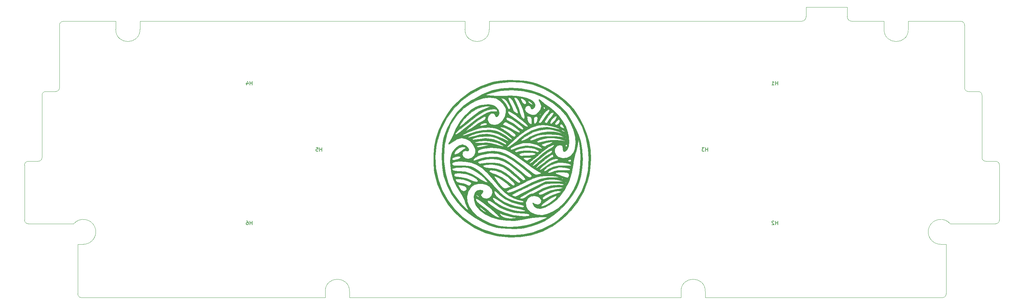
<source format=gbr>
G04 #@! TF.GenerationSoftware,KiCad,Pcbnew,5.1.9*
G04 #@! TF.CreationDate,2021-01-26T11:46:09+01:00*
G04 #@! TF.ProjectId,Shoto,53686f74-6f2e-46b6-9963-61645f706362,rev?*
G04 #@! TF.SameCoordinates,PX4931cb0PY51c70f0*
G04 #@! TF.FileFunction,Legend,Bot*
G04 #@! TF.FilePolarity,Positive*
%FSLAX46Y46*%
G04 Gerber Fmt 4.6, Leading zero omitted, Abs format (unit mm)*
G04 Created by KiCad (PCBNEW 5.1.9) date 2021-01-26 11:46:09*
%MOMM*%
%LPD*%
G01*
G04 APERTURE LIST*
G04 #@! TA.AperFunction,Profile*
%ADD10C,0.050000*%
G04 #@! TD*
%ADD11C,0.010000*%
%ADD12C,0.150000*%
G04 APERTURE END LIST*
D10*
X116948000Y2331800D02*
X116948000Y130000D01*
X123552000Y2331800D02*
X123552000Y130000D01*
X11634201Y-58342000D02*
X13134200Y-58342000D01*
X10547287Y-52735673D02*
G75*
G02*
X13134200Y-58342000I2586913J-2206327D01*
G01*
X247859199Y-58342000D02*
X246359200Y-58342000D01*
X248951233Y-52741690D02*
G75*
G03*
X246359200Y-58342000I-2592033J-2200310D01*
G01*
X261327200Y-35748000D02*
X258609200Y-35748000D01*
X257593200Y-34732000D02*
G75*
G03*
X258609200Y-35748000I1016000J0D01*
G01*
X-1856800Y-35749160D02*
X890800Y-35749160D01*
X890800Y-35749160D02*
G75*
G03*
X1906800Y-34733160I0J1016000D01*
G01*
X123552000Y2331800D02*
X208486000Y2334000D01*
X28552000Y2331800D02*
X116948000Y2331800D01*
X7673200Y2331800D02*
X21948000Y2331800D01*
X6656800Y-15742000D02*
X6657200Y1315800D01*
X1906800Y-34733160D02*
X1906800Y-17774000D01*
X-2872800Y-51738536D02*
X-2872800Y-36765160D01*
X10547287Y-52735673D02*
X-1872800Y-52738536D01*
X11629800Y-71827200D02*
X11634201Y-58342000D01*
X78946000Y-72831800D02*
X12645800Y-72843200D01*
X175720000Y-72831800D02*
X85550000Y-72831800D01*
X246843200Y-72843200D02*
X182324000Y-72831800D01*
X247859199Y-58342000D02*
X247859200Y-71827200D01*
X261327200Y-52738536D02*
X248951233Y-52741690D01*
X262331666Y-36764000D02*
X262343200Y-51722536D01*
X257593200Y-17774400D02*
X257593200Y-34732000D01*
X252843200Y1318000D02*
X252843200Y-15742400D01*
X237552000Y2334000D02*
X251827200Y2334000D01*
X222202000Y2334000D02*
X230948000Y2334000D01*
X7673200Y2331800D02*
G75*
G03*
X6657200Y1315800I0J-1016000D01*
G01*
X5640800Y-16758000D02*
G75*
G03*
X6656800Y-15742000I0J1016000D01*
G01*
X2922800Y-16758000D02*
G75*
G03*
X1906800Y-17774000I0J-1016000D01*
G01*
X-1856800Y-35749160D02*
G75*
G03*
X-2872800Y-36765160I0J-1016000D01*
G01*
X-2872800Y-51738536D02*
G75*
G03*
X-1872800Y-52738536I1000000J0D01*
G01*
X11629800Y-71827200D02*
G75*
G03*
X12645800Y-72843200I1016000J0D01*
G01*
X246843200Y-72843200D02*
G75*
G03*
X247859200Y-71827200I0J1016000D01*
G01*
X261327200Y-52738536D02*
G75*
G03*
X262343200Y-51722536I0J1016000D01*
G01*
X262331666Y-36764000D02*
G75*
G03*
X261327200Y-35748000I-1016066J0D01*
G01*
X253859200Y-16758400D02*
X256577200Y-16758400D01*
X257593200Y-17774400D02*
G75*
G03*
X256577200Y-16758400I-1016000J0D01*
G01*
X252843200Y-15742400D02*
G75*
G03*
X253859200Y-16758400I1016000J0D01*
G01*
X252843200Y1318000D02*
G75*
G03*
X251827200Y2334000I-1016000J0D01*
G01*
X5640800Y-16758000D02*
X2922800Y-16758000D01*
X182324000Y-71130000D02*
X182324000Y-72831800D01*
X175720000Y-71130000D02*
X175720000Y-72831800D01*
X85550000Y-71130000D02*
X85550000Y-72831800D01*
X78946000Y-71130000D02*
X78946000Y-72831800D01*
X21948000Y130000D02*
X21948000Y2331800D01*
X28552000Y130000D02*
X28552000Y2331800D01*
X116948000Y130000D02*
G75*
G03*
X123552000Y130000I3302000J0D01*
G01*
X21948000Y130000D02*
G75*
G03*
X28552000Y130000I3302000J0D01*
G01*
X182324000Y-71130000D02*
G75*
G03*
X175720000Y-71130000I-3302000J0D01*
G01*
X85550000Y-71130000D02*
G75*
G03*
X78946000Y-71130000I-3302000J0D01*
G01*
X230948000Y130000D02*
X230948000Y2334000D01*
X237552000Y130000D02*
X237552000Y2334000D01*
X230948000Y130000D02*
G75*
G03*
X237552000Y130000I3302000J0D01*
G01*
X209756000Y6144000D02*
X209756000Y3604000D01*
X220932000Y6144000D02*
X209756000Y6144000D01*
X220932000Y3604000D02*
X220932000Y6144000D01*
X208486000Y2334000D02*
G75*
G03*
X209756000Y3604000I0J1270000D01*
G01*
X220932000Y3604000D02*
G75*
G03*
X222202000Y2334000I1270000J0D01*
G01*
D11*
G36*
X126577202Y-13809330D02*
G01*
X124521121Y-14160566D01*
X124016708Y-14292953D01*
X121169256Y-15346168D01*
X118433814Y-16804261D01*
X115929039Y-18589396D01*
X113773589Y-20623740D01*
X113025500Y-21502795D01*
X111926434Y-23093956D01*
X110849492Y-25016979D01*
X109891267Y-27074199D01*
X109148353Y-29067952D01*
X108892617Y-29960138D01*
X108565959Y-31770857D01*
X108389513Y-33880234D01*
X108368972Y-36072090D01*
X108510026Y-38130247D01*
X108652164Y-39092474D01*
X109431282Y-41962655D01*
X110679662Y-44791150D01*
X112336956Y-47462415D01*
X114197496Y-49709749D01*
X116731856Y-52007693D01*
X119500846Y-53826906D01*
X122491238Y-55162479D01*
X125689804Y-56009507D01*
X129083317Y-56363081D01*
X131928691Y-56287431D01*
X135049022Y-55773048D01*
X138032022Y-54774600D01*
X140829411Y-53335288D01*
X143392910Y-51498317D01*
X145674240Y-49306890D01*
X147625121Y-46804211D01*
X149197274Y-44033482D01*
X150342419Y-41037908D01*
X150743728Y-39450564D01*
X151036722Y-37400255D01*
X151136205Y-35110660D01*
X151129119Y-34930527D01*
X150598221Y-34930527D01*
X150385686Y-38180232D01*
X149739743Y-41167319D01*
X148636770Y-43947668D01*
X147053142Y-46577157D01*
X144965237Y-49111668D01*
X144321646Y-49777257D01*
X143141637Y-50923282D01*
X142147727Y-51779594D01*
X141180660Y-52464740D01*
X140081182Y-53097265D01*
X139375263Y-53459220D01*
X138045897Y-54072436D01*
X136621847Y-54648455D01*
X135330651Y-55098056D01*
X134830000Y-55241452D01*
X132726312Y-55618712D01*
X130353724Y-55777691D01*
X127931522Y-55718327D01*
X125678992Y-55440555D01*
X124779611Y-55244407D01*
X121660017Y-54188228D01*
X118812277Y-52710652D01*
X116264602Y-50857640D01*
X114045207Y-48675154D01*
X112182305Y-46209154D01*
X110704108Y-43505602D01*
X109638830Y-40610458D01*
X109014685Y-37569684D01*
X108859885Y-34429240D01*
X109202643Y-31235089D01*
X109419119Y-30221201D01*
X110444408Y-27048967D01*
X111917132Y-24135228D01*
X113798291Y-21517241D01*
X116048886Y-19232261D01*
X118629920Y-17317544D01*
X121502394Y-15810344D01*
X124627308Y-14747919D01*
X125917684Y-14459941D01*
X129141068Y-14099672D01*
X132288368Y-14239079D01*
X135318714Y-14844264D01*
X138191232Y-15881324D01*
X140865052Y-17316362D01*
X143299302Y-19115478D01*
X145453111Y-21244770D01*
X147285607Y-23670340D01*
X148755917Y-26358288D01*
X149823172Y-29274714D01*
X150446498Y-32385718D01*
X150598221Y-34930527D01*
X151129119Y-34930527D01*
X151045316Y-32800409D01*
X150767197Y-30688133D01*
X150607383Y-29960138D01*
X150004931Y-28069390D01*
X149139931Y-26018511D01*
X148108977Y-24005166D01*
X147008661Y-22227018D01*
X146474500Y-21502795D01*
X144494700Y-19389504D01*
X142117413Y-17493828D01*
X139461294Y-15893601D01*
X136645000Y-14666658D01*
X135483292Y-14292953D01*
X133533473Y-13888763D01*
X131272862Y-13673429D01*
X128890944Y-13646951D01*
X126577202Y-13809330D01*
G37*
X126577202Y-13809330D02*
X124521121Y-14160566D01*
X124016708Y-14292953D01*
X121169256Y-15346168D01*
X118433814Y-16804261D01*
X115929039Y-18589396D01*
X113773589Y-20623740D01*
X113025500Y-21502795D01*
X111926434Y-23093956D01*
X110849492Y-25016979D01*
X109891267Y-27074199D01*
X109148353Y-29067952D01*
X108892617Y-29960138D01*
X108565959Y-31770857D01*
X108389513Y-33880234D01*
X108368972Y-36072090D01*
X108510026Y-38130247D01*
X108652164Y-39092474D01*
X109431282Y-41962655D01*
X110679662Y-44791150D01*
X112336956Y-47462415D01*
X114197496Y-49709749D01*
X116731856Y-52007693D01*
X119500846Y-53826906D01*
X122491238Y-55162479D01*
X125689804Y-56009507D01*
X129083317Y-56363081D01*
X131928691Y-56287431D01*
X135049022Y-55773048D01*
X138032022Y-54774600D01*
X140829411Y-53335288D01*
X143392910Y-51498317D01*
X145674240Y-49306890D01*
X147625121Y-46804211D01*
X149197274Y-44033482D01*
X150342419Y-41037908D01*
X150743728Y-39450564D01*
X151036722Y-37400255D01*
X151136205Y-35110660D01*
X151129119Y-34930527D01*
X150598221Y-34930527D01*
X150385686Y-38180232D01*
X149739743Y-41167319D01*
X148636770Y-43947668D01*
X147053142Y-46577157D01*
X144965237Y-49111668D01*
X144321646Y-49777257D01*
X143141637Y-50923282D01*
X142147727Y-51779594D01*
X141180660Y-52464740D01*
X140081182Y-53097265D01*
X139375263Y-53459220D01*
X138045897Y-54072436D01*
X136621847Y-54648455D01*
X135330651Y-55098056D01*
X134830000Y-55241452D01*
X132726312Y-55618712D01*
X130353724Y-55777691D01*
X127931522Y-55718327D01*
X125678992Y-55440555D01*
X124779611Y-55244407D01*
X121660017Y-54188228D01*
X118812277Y-52710652D01*
X116264602Y-50857640D01*
X114045207Y-48675154D01*
X112182305Y-46209154D01*
X110704108Y-43505602D01*
X109638830Y-40610458D01*
X109014685Y-37569684D01*
X108859885Y-34429240D01*
X109202643Y-31235089D01*
X109419119Y-30221201D01*
X110444408Y-27048967D01*
X111917132Y-24135228D01*
X113798291Y-21517241D01*
X116048886Y-19232261D01*
X118629920Y-17317544D01*
X121502394Y-15810344D01*
X124627308Y-14747919D01*
X125917684Y-14459941D01*
X129141068Y-14099672D01*
X132288368Y-14239079D01*
X135318714Y-14844264D01*
X138191232Y-15881324D01*
X140865052Y-17316362D01*
X143299302Y-19115478D01*
X145453111Y-21244770D01*
X147285607Y-23670340D01*
X148755917Y-26358288D01*
X149823172Y-29274714D01*
X150446498Y-32385718D01*
X150598221Y-34930527D01*
X151129119Y-34930527D01*
X151045316Y-32800409D01*
X150767197Y-30688133D01*
X150607383Y-29960138D01*
X150004931Y-28069390D01*
X149139931Y-26018511D01*
X148108977Y-24005166D01*
X147008661Y-22227018D01*
X146474500Y-21502795D01*
X144494700Y-19389504D01*
X142117413Y-17493828D01*
X139461294Y-15893601D01*
X136645000Y-14666658D01*
X135483292Y-14292953D01*
X133533473Y-13888763D01*
X131272862Y-13673429D01*
X128890944Y-13646951D01*
X126577202Y-13809330D01*
G36*
X126817733Y-15933610D02*
G01*
X124357758Y-16420474D01*
X122182616Y-17236264D01*
X121590411Y-17551260D01*
X120590379Y-18116803D01*
X119427925Y-18758676D01*
X118687792Y-19159176D01*
X116692858Y-20508525D01*
X114872827Y-22294386D01*
X113292210Y-24430054D01*
X112015518Y-26828821D01*
X111131037Y-29315790D01*
X110864559Y-30720729D01*
X110703344Y-32479161D01*
X110647287Y-34420327D01*
X110696278Y-36373470D01*
X110850212Y-38167829D01*
X111108980Y-39632645D01*
X111137589Y-39743158D01*
X112042789Y-42281297D01*
X113346203Y-44751821D01*
X114961002Y-47023483D01*
X116800355Y-48965034D01*
X117766312Y-49762896D01*
X119615948Y-51039299D01*
X121551299Y-52174563D01*
X123399323Y-53072241D01*
X124392057Y-53455944D01*
X125538683Y-53731510D01*
X127043780Y-53934430D01*
X128734877Y-54055663D01*
X130439505Y-54086170D01*
X131985193Y-54016910D01*
X132894907Y-53901619D01*
X134844349Y-53437069D01*
X136833259Y-52763506D01*
X138606813Y-51970393D01*
X138991259Y-51761319D01*
X140140193Y-50991498D01*
X139224344Y-50991498D01*
X139215898Y-51014185D01*
X138874079Y-51253495D01*
X138143126Y-51597622D01*
X137146852Y-52000302D01*
X136009074Y-52415270D01*
X134853605Y-52796259D01*
X133804261Y-53097005D01*
X133359474Y-53202531D01*
X131168539Y-53524092D01*
X128897254Y-53599667D01*
X126767379Y-53427833D01*
X125833643Y-53250790D01*
X123707725Y-52587359D01*
X121836952Y-51686414D01*
X120254010Y-50595434D01*
X118991586Y-49361899D01*
X118082366Y-48033289D01*
X117559034Y-46657084D01*
X117454278Y-45280764D01*
X117608447Y-44689474D01*
X116916316Y-44689474D01*
X116782632Y-44823158D01*
X116648947Y-44689474D01*
X116782632Y-44555790D01*
X116916316Y-44689474D01*
X117608447Y-44689474D01*
X117800783Y-43951807D01*
X118222515Y-43319269D01*
X117366996Y-43319269D01*
X117338036Y-43421199D01*
X117006143Y-43808435D01*
X116479169Y-43822476D01*
X115900961Y-43503735D01*
X115415364Y-42892625D01*
X115408280Y-42879044D01*
X114990252Y-42070666D01*
X115997050Y-42234047D01*
X116901955Y-42461761D01*
X117337842Y-42805122D01*
X117366996Y-43319269D01*
X118222515Y-43319269D01*
X118603366Y-42748049D01*
X119484527Y-42099121D01*
X120540482Y-41790770D01*
X121655767Y-41793360D01*
X122714918Y-42077254D01*
X123602472Y-42612815D01*
X124202966Y-43370406D01*
X124402632Y-44236583D01*
X124182212Y-45047628D01*
X123622605Y-45622804D01*
X122876286Y-45894526D01*
X122095730Y-45795210D01*
X121708498Y-45535594D01*
X120896127Y-45535594D01*
X120792894Y-45543927D01*
X120436048Y-45367465D01*
X120030843Y-45080475D01*
X119974519Y-44884253D01*
X120254919Y-44927124D01*
X120598998Y-45204516D01*
X120896127Y-45535594D01*
X121708498Y-45535594D01*
X121614361Y-45472481D01*
X121262390Y-45076920D01*
X121287713Y-44795922D01*
X121612310Y-44443254D01*
X121775855Y-44154737D01*
X120926842Y-44154737D01*
X120793158Y-44288421D01*
X120659474Y-44154737D01*
X120793158Y-44021053D01*
X120926842Y-44154737D01*
X121775855Y-44154737D01*
X121888250Y-43956458D01*
X121677812Y-43612857D01*
X121044747Y-43486316D01*
X120215334Y-43709669D01*
X119646128Y-44314083D01*
X119360697Y-45201093D01*
X119382611Y-46272233D01*
X119735439Y-47429039D01*
X119985340Y-47912267D01*
X120992417Y-49134332D01*
X122417014Y-50162039D01*
X124170151Y-50972493D01*
X126162845Y-51542796D01*
X128306116Y-51850053D01*
X130510982Y-51871367D01*
X132688462Y-51583843D01*
X133493158Y-51388027D01*
X134325047Y-51206466D01*
X135347569Y-51053804D01*
X135545537Y-51032832D01*
X130980966Y-51032832D01*
X130961590Y-51085003D01*
X130438454Y-51204792D01*
X129143567Y-51330223D01*
X127949193Y-51169091D01*
X127669275Y-51043142D01*
X126407895Y-51043142D01*
X125624480Y-50857023D01*
X125041381Y-50586153D01*
X124246688Y-50049284D01*
X123755601Y-49646088D01*
X122708687Y-49646088D01*
X122456243Y-49554185D01*
X121914053Y-49199062D01*
X121465574Y-48859577D01*
X121046786Y-48462510D01*
X120930248Y-48208468D01*
X120937100Y-48199567D01*
X121194527Y-48283351D01*
X121710742Y-48644053D01*
X122136263Y-48997458D01*
X122619367Y-49464077D01*
X122708687Y-49646088D01*
X123755601Y-49646088D01*
X123406219Y-49359236D01*
X123355644Y-49313314D01*
X122460436Y-48530577D01*
X121557902Y-47798462D01*
X120863796Y-47289700D01*
X120245660Y-46787157D01*
X119893325Y-46318279D01*
X119863291Y-45987545D01*
X120108282Y-45892632D01*
X120455411Y-46053840D01*
X121106329Y-46484965D01*
X121959393Y-47107255D01*
X122912961Y-47841961D01*
X123865388Y-48610332D01*
X124715033Y-49333618D01*
X125360252Y-49933068D01*
X125472105Y-50048390D01*
X126407895Y-51043142D01*
X127669275Y-51043142D01*
X127020251Y-50751115D01*
X126785376Y-50546489D01*
X126409019Y-50115285D01*
X126286054Y-49909559D01*
X126294447Y-49906608D01*
X126588142Y-49982373D01*
X127247127Y-50177385D01*
X128102768Y-50441344D01*
X129098700Y-50724876D01*
X129989630Y-50929588D01*
X130509084Y-51004266D01*
X130980966Y-51032832D01*
X135545537Y-51032832D01*
X136443714Y-50937683D01*
X137496474Y-50865749D01*
X138388838Y-50845644D01*
X139003798Y-50885013D01*
X139224344Y-50991498D01*
X140140193Y-50991498D01*
X140941527Y-50454580D01*
X141017655Y-50389228D01*
X134481386Y-50389228D01*
X134377117Y-50534287D01*
X133956069Y-50662749D01*
X133124407Y-50695304D01*
X131997006Y-50635043D01*
X130688746Y-50485062D01*
X130284737Y-50424082D01*
X129066299Y-50146117D01*
X127726670Y-49716323D01*
X126849808Y-49358517D01*
X125792751Y-48813124D01*
X124778029Y-48196442D01*
X123913484Y-47585027D01*
X123306957Y-47055434D01*
X123066289Y-46684220D01*
X123065789Y-46672270D01*
X123247703Y-46429770D01*
X123722932Y-46508613D01*
X124385710Y-46874226D01*
X124888488Y-47268067D01*
X126407939Y-48310063D01*
X128277257Y-49131744D01*
X130338097Y-49679126D01*
X132432116Y-49898226D01*
X132608431Y-49899985D01*
X133721251Y-49958255D01*
X134351666Y-50123522D01*
X134481386Y-50389228D01*
X141017655Y-50389228D01*
X142851709Y-48814794D01*
X144622415Y-46953310D01*
X146154255Y-44981475D01*
X147347839Y-43010636D01*
X147893091Y-41788509D01*
X148456300Y-39784479D01*
X148802715Y-37471847D01*
X148925978Y-35031726D01*
X148893489Y-34301976D01*
X148370002Y-34301976D01*
X148312803Y-36634075D01*
X148035906Y-38920610D01*
X147556616Y-40962739D01*
X147373771Y-41503908D01*
X146453365Y-43504798D01*
X145232368Y-45421266D01*
X143805328Y-47137389D01*
X142266793Y-48537240D01*
X140939212Y-49393289D01*
X139406976Y-50063287D01*
X138070066Y-50359359D01*
X136767337Y-50306169D01*
X136033158Y-50144125D01*
X134853589Y-49628883D01*
X134313340Y-49144193D01*
X133346105Y-49144193D01*
X133324029Y-49295718D01*
X132891858Y-49362340D01*
X132166478Y-49349890D01*
X131264777Y-49264200D01*
X130303642Y-49111102D01*
X129625664Y-48958570D01*
X128364423Y-48550999D01*
X127149022Y-48019528D01*
X126065932Y-47420096D01*
X125201623Y-46808646D01*
X124642566Y-46241118D01*
X124475232Y-45773451D01*
X124518284Y-45654440D01*
X124813708Y-45644193D01*
X125411214Y-45958656D01*
X125949980Y-46340039D01*
X127588284Y-47405516D01*
X129341144Y-48138426D01*
X131299093Y-48604981D01*
X132243349Y-48795817D01*
X132980907Y-48990738D01*
X133346105Y-49144193D01*
X134313340Y-49144193D01*
X134008096Y-48870341D01*
X133568510Y-48023188D01*
X132958421Y-48023188D01*
X132889632Y-48210940D01*
X132621197Y-48275021D01*
X132060015Y-48210352D01*
X131112984Y-48011854D01*
X130610530Y-47895083D01*
X129061001Y-47424019D01*
X127641428Y-46796602D01*
X126437891Y-46069853D01*
X125536471Y-45300795D01*
X125023247Y-44546450D01*
X124937368Y-44137014D01*
X124968153Y-43825250D01*
X125116753Y-43780142D01*
X125467533Y-44039454D01*
X126104861Y-44640955D01*
X126140521Y-44675594D01*
X127800718Y-45985197D01*
X129708863Y-46891616D01*
X130953158Y-47252990D01*
X131962027Y-47494626D01*
X132558813Y-47654278D01*
X132851703Y-47773498D01*
X132948884Y-47893839D01*
X132958421Y-48023188D01*
X133568510Y-48023188D01*
X133536611Y-47961715D01*
X133479066Y-46996221D01*
X133579469Y-46760835D01*
X132958421Y-46760835D01*
X132729644Y-46923073D01*
X132127733Y-46919451D01*
X131279322Y-46774311D01*
X130311042Y-46511997D01*
X129349527Y-46156853D01*
X129010969Y-46001988D01*
X128401788Y-45686901D01*
X127851587Y-45345951D01*
X127291574Y-44916639D01*
X126652958Y-44336464D01*
X125866949Y-43542925D01*
X124864754Y-42473522D01*
X124151971Y-41693957D01*
X118638466Y-41693957D01*
X118565059Y-41958706D01*
X118519567Y-42016945D01*
X118201467Y-42329722D01*
X117870235Y-42356204D01*
X117325477Y-42096221D01*
X117183684Y-42015790D01*
X116415313Y-41732159D01*
X115655723Y-41624211D01*
X114853636Y-41440064D01*
X114510000Y-41080000D01*
X114377548Y-40747299D01*
X114526852Y-40593075D01*
X115065147Y-40551350D01*
X115369540Y-40551135D01*
X116354017Y-40674020D01*
X117406345Y-40973298D01*
X117683358Y-41087028D01*
X118371948Y-41433849D01*
X118638466Y-41693957D01*
X124151971Y-41693957D01*
X123925878Y-41446681D01*
X123067847Y-41446681D01*
X122792578Y-41435732D01*
X122641871Y-41408436D01*
X122213107Y-41241971D01*
X120430999Y-41241971D01*
X120091691Y-41349089D01*
X119497743Y-41262227D01*
X118735410Y-40966567D01*
X118393535Y-40781154D01*
X117366020Y-40367365D01*
X116026061Y-40107551D01*
X115704568Y-40076128D01*
X114754633Y-39976937D01*
X114226268Y-39843988D01*
X114006366Y-39635620D01*
X113975263Y-39439184D01*
X114046984Y-39155118D01*
X114343442Y-39005283D01*
X114986578Y-38950635D01*
X115512632Y-38946925D01*
X117357075Y-39202778D01*
X119104572Y-39910624D01*
X120000675Y-40505064D01*
X120429412Y-40955690D01*
X120430999Y-41241971D01*
X122213107Y-41241971D01*
X122033247Y-41172142D01*
X121214983Y-40704846D01*
X120544791Y-40240188D01*
X118794675Y-39159714D01*
X116993302Y-38564272D01*
X115280256Y-38406316D01*
X114271226Y-38337969D01*
X113638301Y-38150195D01*
X113441220Y-37868897D01*
X113561789Y-37661194D01*
X113898390Y-37560088D01*
X114616743Y-37460428D01*
X115564215Y-37383155D01*
X115605728Y-37380769D01*
X116696859Y-37351062D01*
X117516440Y-37445158D01*
X118322850Y-37715301D01*
X119134007Y-38094209D01*
X120256673Y-38760281D01*
X121409401Y-39617831D01*
X122088133Y-40231698D01*
X122749543Y-40916744D01*
X123064808Y-41297711D01*
X123067847Y-41446681D01*
X123925878Y-41446681D01*
X123577583Y-41065755D01*
X123576123Y-41064150D01*
X122168200Y-39606911D01*
X120904013Y-38480996D01*
X119852019Y-37747259D01*
X119832965Y-37736644D01*
X119083011Y-37349228D01*
X118428654Y-37111273D01*
X117695132Y-36987065D01*
X116707686Y-36940893D01*
X115914005Y-36935790D01*
X114741069Y-36924161D01*
X114005362Y-36877331D01*
X113609655Y-36777380D01*
X113456718Y-36606390D01*
X113440847Y-36480010D01*
X113693483Y-36095500D01*
X114425506Y-35846958D01*
X115597137Y-35742244D01*
X116996146Y-35777569D01*
X118608853Y-36038668D01*
X120125155Y-36636177D01*
X121609334Y-37612786D01*
X123125671Y-39011182D01*
X124738446Y-40874055D01*
X124814473Y-40969685D01*
X126292434Y-42737411D01*
X127612497Y-44084293D01*
X128853308Y-45069056D01*
X130093515Y-45750429D01*
X131411764Y-46187140D01*
X131955789Y-46302311D01*
X132598852Y-46484871D01*
X132941214Y-46707148D01*
X132958421Y-46760835D01*
X133579469Y-46760835D01*
X133875392Y-46067075D01*
X134149426Y-45746795D01*
X134988973Y-45225234D01*
X135957191Y-45088471D01*
X136862792Y-45344037D01*
X137236316Y-45625263D01*
X137676209Y-46317148D01*
X137652794Y-46939624D01*
X137209524Y-47371021D01*
X136567895Y-47496842D01*
X135954331Y-47352051D01*
X135685579Y-47176000D01*
X135416135Y-47015877D01*
X135353278Y-47199788D01*
X135478006Y-47586944D01*
X135771319Y-48036558D01*
X135807228Y-48077369D01*
X136551508Y-48525157D01*
X137551644Y-48576976D01*
X138736131Y-48259679D01*
X140033464Y-47600118D01*
X141372139Y-46625146D01*
X142489668Y-45567890D01*
X142747674Y-45232079D01*
X141863629Y-45232079D01*
X141642373Y-45598095D01*
X141168909Y-46100615D01*
X140534123Y-46651676D01*
X139828899Y-47163319D01*
X139259680Y-47492806D01*
X138334058Y-47901267D01*
X137776843Y-48036972D01*
X137619462Y-47897941D01*
X137805157Y-47584403D01*
X138260708Y-47164666D01*
X138990742Y-46625040D01*
X139851121Y-46056835D01*
X140697710Y-45551362D01*
X141386372Y-45199932D01*
X141741795Y-45090527D01*
X141863629Y-45232079D01*
X142747674Y-45232079D01*
X143711442Y-43977679D01*
X143078758Y-43977679D01*
X142762350Y-44209096D01*
X141982876Y-44476954D01*
X141818703Y-44520437D01*
X140824583Y-44862358D01*
X139881242Y-45322778D01*
X139612913Y-45493662D01*
X138757569Y-46009755D01*
X138235058Y-46112422D01*
X138040105Y-45802512D01*
X138038421Y-45747594D01*
X138271462Y-45412445D01*
X138877776Y-44990562D01*
X139718147Y-44547855D01*
X140653362Y-44150235D01*
X141544205Y-43863612D01*
X142249474Y-43753895D01*
X142913875Y-43815135D01*
X143078758Y-43977679D01*
X143711442Y-43977679D01*
X143987972Y-43617759D01*
X144333546Y-42945102D01*
X143619093Y-42945102D01*
X143234718Y-43111432D01*
X142337850Y-43261272D01*
X142067814Y-43288433D01*
X140137531Y-43723758D01*
X139059919Y-44211316D01*
X138005183Y-44709660D01*
X137309159Y-44857522D01*
X136989126Y-44652414D01*
X136968947Y-44512393D01*
X137210938Y-44191626D01*
X137853320Y-43819141D01*
X138770713Y-43440707D01*
X139837732Y-43102097D01*
X140928996Y-42849080D01*
X141848421Y-42731139D01*
X142910828Y-42716557D01*
X143506091Y-42800677D01*
X143619093Y-42945102D01*
X144333546Y-42945102D01*
X144810976Y-42015790D01*
X143894829Y-42015790D01*
X143833286Y-42165519D01*
X143247106Y-42214993D01*
X142552740Y-42191630D01*
X140448662Y-42339580D01*
X138328613Y-43020812D01*
X136898089Y-43776926D01*
X136095417Y-44213165D01*
X135404349Y-44495805D01*
X135108261Y-44555790D01*
X134571636Y-44725164D01*
X133931269Y-45140430D01*
X133842278Y-45215762D01*
X133249761Y-45609006D01*
X132618697Y-45849041D01*
X132111768Y-45896152D01*
X131891653Y-45710623D01*
X131891108Y-45692106D01*
X132052198Y-45510991D01*
X132554626Y-45176498D01*
X133430699Y-44670209D01*
X134712728Y-43973701D01*
X136433020Y-43068555D01*
X137102632Y-42720812D01*
X138075623Y-42240059D01*
X138845393Y-41950941D01*
X139620527Y-41805211D01*
X140609610Y-41754623D01*
X141300316Y-41749884D01*
X142381923Y-41778336D01*
X143264256Y-41855507D01*
X143806651Y-41966980D01*
X143894829Y-42015790D01*
X144810976Y-42015790D01*
X145085695Y-41481053D01*
X144455263Y-41481053D01*
X144321579Y-41614737D01*
X144187895Y-41481053D01*
X144321579Y-41347369D01*
X144455263Y-41481053D01*
X145085695Y-41481053D01*
X145173917Y-41309330D01*
X145204901Y-41213685D01*
X143998418Y-41213685D01*
X138893616Y-41213685D01*
X134841315Y-43285790D01*
X133496938Y-43967689D01*
X132319016Y-44554673D01*
X131389302Y-45006847D01*
X130789547Y-45284313D01*
X130603718Y-45353801D01*
X130240891Y-45222941D01*
X130025112Y-45100970D01*
X129857663Y-45005617D01*
X129757721Y-44925392D01*
X129784043Y-44824471D01*
X129995388Y-44667030D01*
X130450511Y-44417247D01*
X131208172Y-44039297D01*
X132327128Y-43497358D01*
X133866137Y-42755606D01*
X133894211Y-42742056D01*
X135847258Y-41836416D01*
X137446908Y-41193177D01*
X138792881Y-40790792D01*
X139984899Y-40607713D01*
X141122682Y-40622392D01*
X142305951Y-40813282D01*
X142555788Y-40870459D01*
X143998418Y-41213685D01*
X145204901Y-41213685D01*
X145479178Y-40367018D01*
X143564035Y-40367018D01*
X143527334Y-40525968D01*
X143385789Y-40545263D01*
X143165715Y-40447438D01*
X143207544Y-40367018D01*
X143524848Y-40335019D01*
X143564035Y-40367018D01*
X145479178Y-40367018D01*
X145754906Y-39515876D01*
X145255006Y-39515876D01*
X145150036Y-39904583D01*
X144830839Y-40196879D01*
X144519852Y-40138143D01*
X144437052Y-40107417D01*
X142590103Y-40107417D01*
X142466537Y-40165799D01*
X141893410Y-40141840D01*
X141376419Y-40097162D01*
X139472551Y-40129455D01*
X137430139Y-40581334D01*
X135192888Y-41467780D01*
X134035495Y-42050843D01*
X132166394Y-43017775D01*
X130704252Y-43698039D01*
X129612732Y-44104021D01*
X128855499Y-44248103D01*
X128396215Y-44142672D01*
X128275199Y-44014136D01*
X128382912Y-43759249D01*
X128865731Y-43482303D01*
X128994682Y-43434378D01*
X129630365Y-43175549D01*
X130575853Y-42742639D01*
X130780414Y-42643154D01*
X129348947Y-42643154D01*
X128680526Y-42914103D01*
X128088470Y-43116439D01*
X127627101Y-43118041D01*
X127178577Y-42858014D01*
X126625054Y-42275466D01*
X126036614Y-41547895D01*
X125432913Y-40758442D01*
X125000361Y-40143441D01*
X124812015Y-39808465D01*
X124812823Y-39779394D01*
X125119175Y-39811057D01*
X125730763Y-40079623D01*
X126517229Y-40511837D01*
X127348212Y-41034443D01*
X128093352Y-41574186D01*
X128279474Y-41727477D01*
X129348947Y-42643154D01*
X130780414Y-42643154D01*
X131668172Y-42211409D01*
X131867131Y-42110783D01*
X130442333Y-42110783D01*
X130303029Y-42307537D01*
X130134922Y-42362496D01*
X129845058Y-42229408D01*
X129340480Y-41862020D01*
X128528235Y-41214078D01*
X128347662Y-41068502D01*
X127056069Y-40155168D01*
X125807432Y-39502378D01*
X125293975Y-39318146D01*
X124450623Y-39020012D01*
X123802790Y-38696682D01*
X123590184Y-38527539D01*
X123528402Y-38249060D01*
X123863912Y-38124096D01*
X124484987Y-38142331D01*
X125279898Y-38293453D01*
X126136914Y-38567148D01*
X126689609Y-38813645D01*
X127600665Y-39347590D01*
X128523515Y-40002283D01*
X129362193Y-40693409D01*
X130020733Y-41336654D01*
X130403170Y-41847701D01*
X130442333Y-42110783D01*
X131867131Y-42110783D01*
X132152935Y-41966235D01*
X133312174Y-41389301D01*
X131996716Y-41389301D01*
X131791809Y-41571765D01*
X131470389Y-41534153D01*
X130954560Y-41236853D01*
X130166427Y-40640249D01*
X129571233Y-40155815D01*
X128036666Y-38987086D01*
X126694699Y-38200388D01*
X125427652Y-37742241D01*
X124117844Y-37559166D01*
X123839087Y-37550834D01*
X122844922Y-37476264D01*
X122172249Y-37311040D01*
X121872119Y-37094491D01*
X121995586Y-36865948D01*
X122593701Y-36664739D01*
X122669572Y-36649874D01*
X124237084Y-36564426D01*
X125878550Y-36821089D01*
X127335357Y-37376496D01*
X127476659Y-37455976D01*
X128239910Y-37956707D01*
X129119265Y-38614596D01*
X130020978Y-39348064D01*
X130851304Y-40075534D01*
X131516497Y-40715430D01*
X131922810Y-41186174D01*
X131996716Y-41389301D01*
X133312174Y-41389301D01*
X133891196Y-41101132D01*
X134963216Y-40622462D01*
X133357841Y-40622462D01*
X133229922Y-40797940D01*
X132748687Y-40869205D01*
X132294133Y-40582309D01*
X131828682Y-40175123D01*
X131108971Y-39547068D01*
X130284147Y-38828288D01*
X130217444Y-38770203D01*
X128775975Y-37609889D01*
X127504700Y-36827447D01*
X126266237Y-36363326D01*
X124923206Y-36157973D01*
X124135263Y-36133685D01*
X123080936Y-36158919D01*
X122182730Y-36225368D01*
X121622024Y-36319148D01*
X121595263Y-36328107D01*
X120978030Y-36374276D01*
X120659474Y-36261265D01*
X120443826Y-35988375D01*
X120685981Y-35730052D01*
X121410447Y-35473983D01*
X122641731Y-35207855D01*
X122820795Y-35175358D01*
X124400046Y-35033356D01*
X125913475Y-35212428D01*
X127432970Y-35743024D01*
X129030419Y-36655588D01*
X130777711Y-37980569D01*
X132022632Y-39072605D01*
X132816217Y-39826424D01*
X133244196Y-40318619D01*
X133357841Y-40622462D01*
X134963216Y-40622462D01*
X135288296Y-40477310D01*
X136460173Y-40058556D01*
X137522768Y-39808661D01*
X138592019Y-39691412D01*
X138864455Y-39684679D01*
X135087509Y-39684679D01*
X135083095Y-39833187D01*
X134962749Y-39940500D01*
X134916581Y-39967388D01*
X134624035Y-40091315D01*
X134316810Y-40082678D01*
X133915099Y-39894343D01*
X133339092Y-39479174D01*
X132508982Y-38790039D01*
X131621579Y-38021379D01*
X130539879Y-37135877D01*
X129380609Y-36279891D01*
X128339354Y-35595064D01*
X128012105Y-35407445D01*
X127117709Y-34958178D01*
X126371862Y-34699349D01*
X125557242Y-34581532D01*
X124456528Y-34555299D01*
X124268947Y-34556111D01*
X122563276Y-34658716D01*
X121177606Y-34962894D01*
X120739993Y-35120004D01*
X119960109Y-35400440D01*
X119402309Y-35547602D01*
X119224589Y-35545467D01*
X119232195Y-35242502D01*
X119630164Y-34837416D01*
X120306424Y-34411122D01*
X121148903Y-34044532D01*
X121426867Y-33955498D01*
X123670490Y-33537955D01*
X125800364Y-33636027D01*
X127846789Y-34255634D01*
X129840066Y-35402696D01*
X130200887Y-35669722D01*
X131821514Y-36912455D01*
X133060652Y-37871977D01*
X133962562Y-38588625D01*
X134571501Y-39102734D01*
X134931730Y-39454640D01*
X135087509Y-39684679D01*
X138864455Y-39684679D01*
X139508947Y-39668751D01*
X140617061Y-39705403D01*
X141592118Y-39800084D01*
X142249210Y-39933676D01*
X142316316Y-39959021D01*
X142590103Y-40107417D01*
X144437052Y-40107417D01*
X144010836Y-39949256D01*
X143204850Y-39674301D01*
X142618485Y-39482882D01*
X141827448Y-39179364D01*
X141633836Y-39006844D01*
X137669251Y-39006844D01*
X137529035Y-39136657D01*
X137236316Y-39229605D01*
X136551199Y-39401740D01*
X136090562Y-39375187D01*
X135585965Y-39103235D01*
X135272326Y-38887859D01*
X134708834Y-38469830D01*
X133864891Y-37813546D01*
X132871735Y-37022004D01*
X132191540Y-36470026D01*
X130176008Y-34950854D01*
X128341252Y-33870418D01*
X126599200Y-33205218D01*
X124861783Y-32931749D01*
X123040929Y-33026510D01*
X121048568Y-33465999D01*
X120993684Y-33481813D01*
X120533980Y-33525467D01*
X120394201Y-33214765D01*
X120392105Y-33126665D01*
X120489323Y-32804176D01*
X120854916Y-32563639D01*
X121599798Y-32344868D01*
X121994171Y-32257297D01*
X124070809Y-32014115D01*
X126119300Y-32138214D01*
X127976816Y-32613579D01*
X128658005Y-32912681D01*
X129445508Y-33368763D01*
X130510009Y-34062449D01*
X131710118Y-34898338D01*
X132869617Y-35754446D01*
X134027407Y-36615319D01*
X135146139Y-37408888D01*
X136099471Y-38047846D01*
X136761057Y-38444886D01*
X136768981Y-38449002D01*
X137432747Y-38805765D01*
X137669251Y-39006844D01*
X141633836Y-39006844D01*
X141565645Y-38946082D01*
X141832092Y-38783892D01*
X142625807Y-38693646D01*
X143549732Y-38673685D01*
X144574978Y-38756725D01*
X145129704Y-39026919D01*
X145255006Y-39515876D01*
X145754906Y-39515876D01*
X146004164Y-38746443D01*
X146128144Y-37980582D01*
X145524737Y-37980582D01*
X145307193Y-38152631D01*
X144630415Y-38215081D01*
X143716456Y-38187935D01*
X142175744Y-38204835D01*
X141050095Y-38460579D01*
X140975929Y-38491595D01*
X140096842Y-38823309D01*
X139585389Y-38902643D01*
X139485472Y-38724925D01*
X139526154Y-38645844D01*
X139971819Y-38269748D01*
X140754918Y-37881594D01*
X141685094Y-37555246D01*
X142571992Y-37364567D01*
X142884474Y-37342714D01*
X143976119Y-37397305D01*
X144855398Y-37555873D01*
X145402874Y-37789562D01*
X145524737Y-37980582D01*
X146128144Y-37980582D01*
X146317917Y-36808312D01*
X145792105Y-36808312D01*
X145546661Y-36925656D01*
X144882066Y-36945147D01*
X144196584Y-36894510D01*
X142463627Y-36889206D01*
X140904693Y-37223769D01*
X139659710Y-37867865D01*
X139641030Y-37882115D01*
X139043705Y-38261955D01*
X138600077Y-38412146D01*
X138415060Y-38321975D01*
X138585947Y-37989853D01*
X139301885Y-37377105D01*
X140332408Y-36785130D01*
X141464343Y-36320813D01*
X142340730Y-36107205D01*
X143187046Y-36073432D01*
X144109258Y-36158794D01*
X144953419Y-36332019D01*
X145565583Y-36561835D01*
X145792105Y-36808312D01*
X146317917Y-36808312D01*
X146427129Y-36133685D01*
X146504833Y-35573917D01*
X145792105Y-35573917D01*
X145596145Y-35835679D01*
X145234767Y-35804191D01*
X144876542Y-35645755D01*
X145013215Y-35445849D01*
X145034240Y-35432264D01*
X145314914Y-35315885D01*
X142364417Y-35315885D01*
X142125542Y-35494441D01*
X141446518Y-35714155D01*
X140560578Y-36074497D01*
X139553997Y-36644931D01*
X138947794Y-37071270D01*
X138014141Y-37763299D01*
X137452191Y-38087008D01*
X137251145Y-38047755D01*
X137280877Y-37898266D01*
X137520557Y-37614396D01*
X138057632Y-37111931D01*
X138701352Y-36561912D01*
X139923695Y-35682176D01*
X140992329Y-35163417D01*
X141842422Y-35032020D01*
X142199825Y-35138018D01*
X142364417Y-35315885D01*
X145314914Y-35315885D01*
X145557366Y-35215355D01*
X145780463Y-35429765D01*
X145792105Y-35573917D01*
X146504833Y-35573917D01*
X146576519Y-35057514D01*
X146812794Y-34029532D01*
X146981210Y-33531913D01*
X147274736Y-32652377D01*
X147533334Y-31582570D01*
X147615025Y-31125597D01*
X147644989Y-30929959D01*
X147028816Y-30929959D01*
X146748003Y-32598658D01*
X146430438Y-33376928D01*
X145682739Y-34313850D01*
X144671121Y-34833370D01*
X143498967Y-34906712D01*
X142306912Y-34524611D01*
X142000404Y-34262106D01*
X140979474Y-34262106D01*
X140798696Y-34617282D01*
X140642816Y-34663158D01*
X140291736Y-34818641D01*
X139641459Y-35233985D01*
X138808359Y-35832532D01*
X138437027Y-36116152D01*
X137400930Y-36895724D01*
X136682496Y-37381591D01*
X136305301Y-37562830D01*
X136292927Y-37428517D01*
X136668950Y-36967730D01*
X136721815Y-36910764D01*
X137258442Y-36401610D01*
X138006146Y-35771711D01*
X138845057Y-35112075D01*
X139655305Y-34513715D01*
X140317020Y-34067640D01*
X140710332Y-33864860D01*
X140738597Y-33861053D01*
X140952420Y-34078001D01*
X140979474Y-34262106D01*
X142000404Y-34262106D01*
X141646185Y-33958741D01*
X141330526Y-33222454D01*
X141335111Y-32904211D01*
X140703875Y-32904211D01*
X140607026Y-33193201D01*
X140135337Y-33586572D01*
X139709474Y-33832881D01*
X138996168Y-34282907D01*
X138099520Y-34960098D01*
X137236316Y-35697757D01*
X136331219Y-36498830D01*
X135748021Y-36940196D01*
X135441512Y-37050963D01*
X135364737Y-36902655D01*
X135563384Y-36608040D01*
X136090683Y-36082132D01*
X136843669Y-35409313D01*
X137719379Y-34673968D01*
X138614849Y-33960479D01*
X139427115Y-33353229D01*
X140053212Y-32936600D01*
X140377895Y-32794174D01*
X140703875Y-32904211D01*
X141335111Y-32904211D01*
X141341576Y-32455548D01*
X141660975Y-31797826D01*
X142194765Y-31439794D01*
X141154633Y-31439794D01*
X140892272Y-31757445D01*
X140359539Y-32151177D01*
X139833127Y-32442239D01*
X139129979Y-32869338D01*
X138196772Y-33549528D01*
X137189537Y-34365934D01*
X136738302Y-34760439D01*
X135878984Y-35492690D01*
X135149854Y-36040579D01*
X134648558Y-36334675D01*
X134492150Y-36357493D01*
X134492814Y-36108825D01*
X134878143Y-35709590D01*
X134990025Y-35625065D01*
X135605223Y-35143679D01*
X136011844Y-34802183D01*
X135231053Y-34802183D01*
X134428947Y-35245241D01*
X133856092Y-35522442D01*
X133495193Y-35515017D01*
X133127654Y-35242571D01*
X132791069Y-34907406D01*
X132878005Y-34769886D01*
X133190820Y-34711886D01*
X133895752Y-34678390D01*
X134492113Y-34714557D01*
X135231053Y-34802183D01*
X136011844Y-34802183D01*
X136417159Y-34461785D01*
X137102493Y-33858787D01*
X137237092Y-33743579D01*
X136184472Y-33743579D01*
X135897822Y-33952193D01*
X135102568Y-34122015D01*
X134228421Y-34194470D01*
X133085789Y-34243742D01*
X132369476Y-34256010D01*
X131971716Y-34220677D01*
X131784744Y-34127143D01*
X131700795Y-33964809D01*
X131694198Y-33945227D01*
X131842852Y-33660238D01*
X132459803Y-33454484D01*
X133482339Y-33344187D01*
X134072869Y-33329967D01*
X135263989Y-33387967D01*
X135970526Y-33540670D01*
X136184472Y-33743579D01*
X137237092Y-33743579D01*
X137964189Y-33121235D01*
X137064136Y-33121235D01*
X136731476Y-33236050D01*
X136474008Y-33171647D01*
X135980270Y-33049856D01*
X135152798Y-32930194D01*
X134388552Y-32856587D01*
X133256427Y-32842626D01*
X132211694Y-32949682D01*
X131757095Y-33058343D01*
X130919293Y-33235966D01*
X130506352Y-33120142D01*
X130546872Y-32886685D01*
X130994779Y-32620264D01*
X131727575Y-32359784D01*
X132622761Y-32144149D01*
X133557840Y-32012264D01*
X134066452Y-31989474D01*
X134928468Y-32069158D01*
X135793110Y-32274301D01*
X136525657Y-32554039D01*
X136991389Y-32857511D01*
X137064136Y-33121235D01*
X137964189Y-33121235D01*
X138514474Y-32650230D01*
X139198260Y-32154455D01*
X137837213Y-32154455D01*
X137797289Y-32321308D01*
X137337437Y-32255356D01*
X136628706Y-31979573D01*
X135081809Y-31538935D01*
X133366728Y-31481873D01*
X131683803Y-31804496D01*
X130953158Y-32089824D01*
X130010055Y-32478097D01*
X129445660Y-32586221D01*
X129289092Y-32411960D01*
X129377349Y-32210888D01*
X129699622Y-31952420D01*
X130349622Y-31578272D01*
X130919078Y-31296186D01*
X132718992Y-30731942D01*
X134530171Y-30694887D01*
X136304426Y-31184607D01*
X136649846Y-31345349D01*
X137455352Y-31810550D01*
X137837213Y-32154455D01*
X139198260Y-32154455D01*
X139640458Y-31833842D01*
X140522624Y-31379605D01*
X140643581Y-31338647D01*
X141090457Y-31274701D01*
X141154633Y-31439794D01*
X142194765Y-31439794D01*
X142270365Y-31389087D01*
X142727621Y-31321053D01*
X143259822Y-31374294D01*
X143478174Y-31641969D01*
X143519761Y-32256842D01*
X143632696Y-32929258D01*
X143956274Y-33116996D01*
X144468497Y-32816854D01*
X144819828Y-32446012D01*
X145152728Y-31696303D01*
X145177189Y-31454737D01*
X144722632Y-31454737D01*
X144519171Y-31714336D01*
X144455263Y-31722106D01*
X144195664Y-31518645D01*
X144187895Y-31454737D01*
X144391355Y-31195138D01*
X144455263Y-31187369D01*
X144714862Y-31390829D01*
X144722632Y-31454737D01*
X145177189Y-31454737D01*
X145264832Y-30589236D01*
X145260502Y-30529708D01*
X140752852Y-30529708D01*
X140350895Y-30808762D01*
X139910000Y-31053685D01*
X139181586Y-31445609D01*
X138780230Y-31641982D01*
X138555149Y-31687276D01*
X138355558Y-31625965D01*
X138193973Y-31559816D01*
X137803923Y-31306161D01*
X137946947Y-31050581D01*
X138621396Y-30794651D01*
X139121055Y-30674787D01*
X140156015Y-30471405D01*
X140693919Y-30420150D01*
X140752852Y-30529708D01*
X145260502Y-30529708D01*
X145240483Y-30254523D01*
X144165412Y-30254523D01*
X144054211Y-30225866D01*
X142987036Y-30017875D01*
X141657537Y-29931151D01*
X140299684Y-29966505D01*
X139147444Y-30124744D01*
X138840526Y-30207842D01*
X137722122Y-30514411D01*
X136911756Y-30617363D01*
X136483024Y-30511042D01*
X136434211Y-30392732D01*
X136669444Y-30185256D01*
X137279109Y-29913707D01*
X137939093Y-29695352D01*
X139468942Y-29414380D01*
X141101723Y-29384542D01*
X142628825Y-29596770D01*
X143653158Y-29943763D01*
X144109910Y-30181489D01*
X144165412Y-30254523D01*
X145240483Y-30254523D01*
X145181916Y-29449474D01*
X144455263Y-29449474D01*
X144321579Y-29583158D01*
X144187895Y-29449474D01*
X144319875Y-29317494D01*
X144054211Y-29317494D01*
X143252105Y-29116116D01*
X142609192Y-29022860D01*
X141619389Y-28955212D01*
X140470363Y-28924868D01*
X140177368Y-28924493D01*
X138810214Y-28971652D01*
X137789987Y-29119721D01*
X136933531Y-29399213D01*
X136701579Y-29503543D01*
X135689399Y-29919812D01*
X134962842Y-30089531D01*
X134594005Y-29999463D01*
X134562632Y-29896230D01*
X134784995Y-29672067D01*
X135359828Y-29322662D01*
X135946309Y-29027282D01*
X136725175Y-28705336D01*
X137491338Y-28509442D01*
X138418945Y-28411086D01*
X139682142Y-28381752D01*
X139889993Y-28381527D01*
X141269755Y-28410936D01*
X142240710Y-28508704D01*
X142926340Y-28692045D01*
X143252105Y-28850274D01*
X144054211Y-29317494D01*
X144319875Y-29317494D01*
X144321579Y-29315790D01*
X144455263Y-29449474D01*
X145181916Y-29449474D01*
X145167348Y-29249238D01*
X145044414Y-28647369D01*
X144455263Y-28647369D01*
X144321579Y-28781053D01*
X144187895Y-28647369D01*
X144321579Y-28513685D01*
X144455263Y-28647369D01*
X145044414Y-28647369D01*
X144989803Y-28380000D01*
X143920526Y-28380000D01*
X143786842Y-28513685D01*
X143653158Y-28380000D01*
X143786842Y-28246316D01*
X143920526Y-28380000D01*
X144989803Y-28380000D01*
X144936564Y-28119348D01*
X143313118Y-28119348D01*
X143300279Y-28153581D01*
X143003911Y-28143672D01*
X142437783Y-27970548D01*
X142420239Y-27963829D01*
X141053175Y-27665895D01*
X139418298Y-27662472D01*
X137674264Y-27925480D01*
X135979733Y-28426840D01*
X134493362Y-29138473D01*
X134028513Y-29449018D01*
X133404176Y-29827771D01*
X132807732Y-30065601D01*
X132370945Y-30130381D01*
X132225579Y-29989987D01*
X132273732Y-29876850D01*
X132560517Y-29613049D01*
X133161862Y-29162548D01*
X133872229Y-28673666D01*
X135512485Y-27800716D01*
X137289482Y-27221419D01*
X139023901Y-26984053D01*
X139985163Y-27027893D01*
X140808367Y-27181815D01*
X141688487Y-27414009D01*
X142489802Y-27678386D01*
X143076586Y-27928861D01*
X143313118Y-28119348D01*
X144936564Y-28119348D01*
X144871485Y-27800737D01*
X144822706Y-27656066D01*
X144134534Y-27656066D01*
X144054211Y-27703391D01*
X143614823Y-27570266D01*
X143385789Y-27444211D01*
X143171782Y-27232356D01*
X143252105Y-27185031D01*
X143691492Y-27318155D01*
X143920526Y-27444211D01*
X144134534Y-27656066D01*
X144822706Y-27656066D01*
X144619942Y-27054707D01*
X142794943Y-27054707D01*
X142516745Y-27033559D01*
X141878631Y-26897692D01*
X141246482Y-26736814D01*
X139207509Y-26457697D01*
X137118077Y-26680446D01*
X135045186Y-27385250D01*
X133055835Y-28552297D01*
X131888947Y-29503731D01*
X130842257Y-30404177D01*
X129842322Y-31163539D01*
X128992012Y-31710793D01*
X128394196Y-31974919D01*
X128290000Y-31988475D01*
X128362794Y-31823111D01*
X128568187Y-31593855D01*
X127343684Y-31593855D01*
X127319829Y-31682455D01*
X127178898Y-31696332D01*
X126816839Y-31613138D01*
X126129603Y-31410527D01*
X125611448Y-31250892D01*
X123734211Y-31250892D01*
X122397368Y-31594517D01*
X121224613Y-31865276D01*
X120498047Y-31953121D01*
X120162792Y-31861887D01*
X120124737Y-31753289D01*
X120373938Y-31486506D01*
X121055738Y-31301967D01*
X122071427Y-31221434D01*
X122531053Y-31222781D01*
X123734211Y-31250892D01*
X125611448Y-31250892D01*
X125299742Y-31154861D01*
X123977992Y-30813831D01*
X122776403Y-30690154D01*
X121528421Y-30733190D01*
X120491649Y-30771617D01*
X119839728Y-30720556D01*
X119607728Y-30604797D01*
X119830719Y-30449128D01*
X120543772Y-30278339D01*
X120821318Y-30233381D01*
X122445441Y-30132273D01*
X124103786Y-30272243D01*
X125583438Y-30627200D01*
X126226724Y-30895774D01*
X126884521Y-31256122D01*
X127285883Y-31523733D01*
X127343684Y-31593855D01*
X128568187Y-31593855D01*
X128763264Y-31376114D01*
X129205117Y-30936754D01*
X128145789Y-30936754D01*
X128118108Y-31118931D01*
X127963192Y-31147719D01*
X127573228Y-30993366D01*
X126840409Y-30626118D01*
X126633096Y-30519282D01*
X124578947Y-29735977D01*
X122481816Y-29485297D01*
X120715473Y-29678836D01*
X119832781Y-29831238D01*
X119178925Y-29882738D01*
X118908274Y-29828999D01*
X119018103Y-29595845D01*
X119547178Y-29361455D01*
X120380784Y-29153418D01*
X121404208Y-28999325D01*
X122502735Y-28926764D01*
X122668630Y-28924608D01*
X123796975Y-28960098D01*
X124702974Y-29121560D01*
X125645027Y-29470556D01*
X126344946Y-29800438D01*
X127210156Y-30256994D01*
X127848076Y-30652734D01*
X128139331Y-30912334D01*
X128145789Y-30936754D01*
X129205117Y-30936754D01*
X129420623Y-30722464D01*
X129888710Y-30282602D01*
X128832069Y-30282602D01*
X128627278Y-30248104D01*
X128044079Y-29988851D01*
X127039209Y-29494564D01*
X126770365Y-29359840D01*
X124828710Y-28585917D01*
X122964570Y-28289880D01*
X121041538Y-28459531D01*
X119910829Y-28746469D01*
X118825138Y-29070804D01*
X118163751Y-29246967D01*
X117841202Y-29288274D01*
X117772027Y-29208042D01*
X117839230Y-29069254D01*
X118153587Y-28866787D01*
X118833629Y-28570273D01*
X119733951Y-28242921D01*
X119760250Y-28234148D01*
X121920003Y-27763318D01*
X124012258Y-27790405D01*
X125976888Y-28304932D01*
X127753763Y-29296422D01*
X128279474Y-29718459D01*
X128701714Y-30102627D01*
X128832069Y-30282602D01*
X129888710Y-30282602D01*
X129992856Y-30184737D01*
X130544838Y-29706166D01*
X129753989Y-29706166D01*
X129650641Y-29849897D01*
X129628188Y-29850527D01*
X129364230Y-29708661D01*
X128789650Y-29336832D01*
X128032771Y-28818262D01*
X127049697Y-28210058D01*
X126019414Y-27696657D01*
X125346013Y-27446336D01*
X123794026Y-27211813D01*
X121987154Y-27259072D01*
X120113572Y-27570499D01*
X118451565Y-28091655D01*
X117503880Y-28439486D01*
X116710629Y-28669830D01*
X116233913Y-28736146D01*
X116216409Y-28733407D01*
X116268787Y-28608834D01*
X116739398Y-28337212D01*
X117546360Y-27960779D01*
X118424318Y-27594447D01*
X119745990Y-27090305D01*
X120766738Y-26774700D01*
X121668433Y-26606276D01*
X122632947Y-26543677D01*
X123065789Y-26539017D01*
X124327888Y-26584198D01*
X125276252Y-26750980D01*
X126125812Y-27080626D01*
X126274211Y-27154977D01*
X127237154Y-27695867D01*
X128146368Y-28285536D01*
X128922088Y-28859880D01*
X129484550Y-29354792D01*
X129753989Y-29706166D01*
X130544838Y-29706166D01*
X131779681Y-28635554D01*
X130734948Y-28635554D01*
X130708463Y-28744366D01*
X130424935Y-29009419D01*
X130026241Y-28935344D01*
X129401608Y-28494287D01*
X129266006Y-28381669D01*
X128529994Y-27829403D01*
X127626969Y-27237851D01*
X127307071Y-27048047D01*
X126666811Y-26656478D01*
X126468052Y-26449610D01*
X126670731Y-26379680D01*
X126745019Y-26377958D01*
X127450880Y-26497777D01*
X128300498Y-26815768D01*
X129173793Y-27260235D01*
X129950686Y-27759485D01*
X130511097Y-28241823D01*
X130734948Y-28635554D01*
X131779681Y-28635554D01*
X131872324Y-28555233D01*
X133033574Y-27713256D01*
X131888947Y-27713256D01*
X131770539Y-27946528D01*
X131378058Y-27885475D01*
X130655615Y-27513383D01*
X130119366Y-27184055D01*
X129216253Y-26664094D01*
X128322746Y-26231760D01*
X127943647Y-26084775D01*
X127359623Y-25861323D01*
X127213884Y-25662277D01*
X127428213Y-25373586D01*
X127444618Y-25357111D01*
X127778656Y-25098426D01*
X128146534Y-25102836D01*
X128742105Y-25358228D01*
X129535570Y-25798622D01*
X130373382Y-26348793D01*
X131129145Y-26914147D01*
X131676462Y-27400092D01*
X131888938Y-27712037D01*
X131888947Y-27713256D01*
X133033574Y-27713256D01*
X133543612Y-27343448D01*
X134293553Y-26939437D01*
X132806219Y-26939437D01*
X132664350Y-27111047D01*
X132462355Y-27120899D01*
X132096514Y-26922062D01*
X131463111Y-26467603D01*
X131008528Y-26125974D01*
X130155460Y-25524493D01*
X129356796Y-25031772D01*
X128881053Y-24795749D01*
X128284236Y-24451031D01*
X128175717Y-24083917D01*
X128421957Y-23829299D01*
X128804588Y-23857664D01*
X129455532Y-24150493D01*
X130262467Y-24628106D01*
X131113072Y-25210823D01*
X131895025Y-25818964D01*
X132496004Y-26372849D01*
X132803687Y-26792800D01*
X132806219Y-26939437D01*
X134293553Y-26939437D01*
X135082861Y-26514219D01*
X136197574Y-26152127D01*
X134104953Y-26152127D01*
X134103463Y-26210046D01*
X133854937Y-26348173D01*
X133506490Y-26273128D01*
X132965573Y-25939017D01*
X132139637Y-25299946D01*
X131937757Y-25136107D01*
X131045843Y-24449816D01*
X130182312Y-23852742D01*
X129549474Y-23482377D01*
X129042561Y-23116591D01*
X128716052Y-22665980D01*
X128667594Y-22424826D01*
X128066069Y-22424826D01*
X127767614Y-23527811D01*
X127225378Y-24568595D01*
X126805393Y-25082583D01*
X125978653Y-25641383D01*
X125068262Y-25851291D01*
X124201898Y-25739632D01*
X124019995Y-25633343D01*
X122948362Y-25633343D01*
X122694694Y-25794552D01*
X122372325Y-25875209D01*
X121422646Y-26047821D01*
X120957606Y-26050543D01*
X120985734Y-25886087D01*
X121461579Y-25585689D01*
X122157000Y-25281949D01*
X122601377Y-25289654D01*
X122773378Y-25396370D01*
X122948362Y-25633343D01*
X124019995Y-25633343D01*
X123507241Y-25333733D01*
X123111972Y-24660919D01*
X123065789Y-24282246D01*
X123144466Y-23940997D01*
X122531053Y-23940997D01*
X122302057Y-24444028D01*
X121978760Y-24642414D01*
X121492522Y-24875786D01*
X120728650Y-25326411D01*
X119844721Y-25900842D01*
X119764490Y-25955539D01*
X118618716Y-26715655D01*
X117808358Y-27202761D01*
X117355140Y-27409857D01*
X117280786Y-27329943D01*
X117607018Y-26956020D01*
X118119474Y-26485591D01*
X119240634Y-25562528D01*
X120434685Y-24678001D01*
X121515673Y-23966443D01*
X121929474Y-23731215D01*
X122371945Y-23552333D01*
X122520250Y-23723300D01*
X122531053Y-23940997D01*
X123144466Y-23940997D01*
X123227272Y-23581844D01*
X123629325Y-23031538D01*
X124148358Y-22698232D01*
X124660779Y-22648828D01*
X125042998Y-22950230D01*
X125127267Y-23166316D01*
X125366371Y-23636766D01*
X125719112Y-23588482D01*
X125993424Y-23316169D01*
X126265681Y-22613786D01*
X126138620Y-22014459D01*
X125724881Y-22014459D01*
X125565342Y-22223468D01*
X124966550Y-22196258D01*
X124102370Y-22210088D01*
X123002069Y-22562688D01*
X121640817Y-23268084D01*
X119993786Y-24340303D01*
X118036147Y-25793372D01*
X116656355Y-26891023D01*
X115590157Y-27739714D01*
X114879050Y-28257557D01*
X114478435Y-28468939D01*
X114343714Y-28398249D01*
X114410913Y-28118886D01*
X114698721Y-27750869D01*
X115281932Y-27216307D01*
X115806206Y-26802958D01*
X116620207Y-26182871D01*
X117647937Y-25376079D01*
X118692041Y-24537866D01*
X118885356Y-24380202D01*
X119873916Y-23610714D01*
X120861378Y-22907164D01*
X121669113Y-22395304D01*
X121826409Y-22309770D01*
X122902646Y-21849736D01*
X123951330Y-21560113D01*
X124827709Y-21468872D01*
X125387031Y-21603987D01*
X125405263Y-21618164D01*
X125724881Y-22014459D01*
X126138620Y-22014459D01*
X126097091Y-21818574D01*
X125530309Y-21066105D01*
X125204737Y-20809544D01*
X125142193Y-20772693D01*
X124001579Y-20772693D01*
X122458916Y-21407072D01*
X121606039Y-21787214D01*
X120810522Y-22221437D01*
X119968049Y-22780888D01*
X118974301Y-23536714D01*
X117724960Y-24560062D01*
X117246926Y-24961750D01*
X116457103Y-25614229D01*
X115828919Y-26107198D01*
X115467996Y-26358649D01*
X115427074Y-26374737D01*
X115450185Y-26175089D01*
X115692586Y-25682347D01*
X115764743Y-25557303D01*
X116537764Y-24500084D01*
X117593588Y-23382295D01*
X118766266Y-22357933D01*
X119889845Y-21580997D01*
X120257383Y-21388246D01*
X121436943Y-20971119D01*
X122601192Y-20774456D01*
X122798421Y-20768958D01*
X124001579Y-20772693D01*
X125142193Y-20772693D01*
X124612711Y-20460722D01*
X124027350Y-20288661D01*
X123250218Y-20255892D01*
X122484217Y-20295883D01*
X121050929Y-20510903D01*
X119775395Y-20987854D01*
X118528140Y-21794803D01*
X117179689Y-22999816D01*
X117000744Y-23178618D01*
X115584081Y-24900421D01*
X114409520Y-26900728D01*
X113707170Y-28647369D01*
X113354836Y-29495393D01*
X112911887Y-30216761D01*
X112827242Y-30317367D01*
X112445376Y-30835061D01*
X112452209Y-31064556D01*
X112778139Y-30993158D01*
X113353562Y-30608176D01*
X113543607Y-30447999D01*
X114755635Y-29681589D01*
X116008675Y-29408366D01*
X117220270Y-29601230D01*
X118307963Y-30233080D01*
X119189295Y-31276818D01*
X119717472Y-32477079D01*
X119756932Y-33395800D01*
X119385958Y-34208282D01*
X118721046Y-34803173D01*
X117878693Y-35069119D01*
X117122040Y-34957916D01*
X116518221Y-34544376D01*
X116503512Y-34515315D01*
X115749228Y-34515315D01*
X115667093Y-34781166D01*
X115289632Y-35061230D01*
X114777368Y-35229540D01*
X114097977Y-35349511D01*
X113667250Y-35425463D01*
X113641053Y-35430067D01*
X113462381Y-35248527D01*
X113440526Y-35076326D01*
X113675705Y-34790584D01*
X114254302Y-34539885D01*
X114985913Y-34390481D01*
X115445789Y-34378574D01*
X115749228Y-34515315D01*
X116503512Y-34515315D01*
X116235208Y-33985241D01*
X116255926Y-33424578D01*
X116563303Y-33006457D01*
X117140263Y-32874945D01*
X117364371Y-32913169D01*
X117838223Y-32942044D01*
X117983655Y-32629689D01*
X117985789Y-32544466D01*
X117849332Y-32209620D01*
X117150007Y-32209620D01*
X116979008Y-32256842D01*
X116608272Y-32430504D01*
X116053867Y-32865582D01*
X115846842Y-33058948D01*
X115224124Y-33541309D01*
X114611579Y-33823463D01*
X114148867Y-33862595D01*
X113975263Y-33632726D01*
X114141460Y-33300881D01*
X114548768Y-32787004D01*
X114620896Y-32707750D01*
X115341703Y-32127785D01*
X116107092Y-31813280D01*
X116755464Y-31815556D01*
X116989365Y-31955576D01*
X117150007Y-32209620D01*
X117849332Y-32209620D01*
X117752714Y-31972535D01*
X117180414Y-31475970D01*
X116459283Y-31203967D01*
X116255246Y-31188368D01*
X115347948Y-31431056D01*
X114441766Y-32084201D01*
X113670322Y-33040198D01*
X113444443Y-33451910D01*
X113134958Y-34176668D01*
X112970040Y-34863802D01*
X112923534Y-35702514D01*
X112969285Y-36882004D01*
X112969578Y-36886983D01*
X113214325Y-38856932D01*
X113739805Y-40680478D01*
X114603495Y-42515859D01*
X115604053Y-44140169D01*
X116197576Y-45082055D01*
X116651290Y-45905816D01*
X116894117Y-46478059D01*
X116916316Y-46602937D01*
X117038733Y-47147786D01*
X117343774Y-47890142D01*
X117456945Y-48112405D01*
X117997574Y-49121101D01*
X117335299Y-48687163D01*
X116846640Y-48272872D01*
X116163780Y-47576827D01*
X115422148Y-46738328D01*
X115311028Y-46605033D01*
X113611296Y-44200967D01*
X112378251Y-41643632D01*
X111591334Y-38872642D01*
X111229986Y-35827607D01*
X111199987Y-34529474D01*
X111410443Y-31289022D01*
X112038080Y-28372824D01*
X113088751Y-25763441D01*
X114568309Y-23443439D01*
X115161160Y-22727599D01*
X116685558Y-21252062D01*
X118384098Y-20044671D01*
X120168742Y-19139368D01*
X121951449Y-18570097D01*
X123644179Y-18370801D01*
X125158893Y-18575423D01*
X125560019Y-18718382D01*
X126465447Y-19289911D01*
X127304767Y-20139626D01*
X127902651Y-21073333D01*
X128047247Y-21473250D01*
X128066069Y-22424826D01*
X128667594Y-22424826D01*
X128637973Y-22277422D01*
X128876348Y-22097797D01*
X128907779Y-22096842D01*
X129274384Y-22248830D01*
X129913767Y-22654150D01*
X130729974Y-23236839D01*
X131627049Y-23920936D01*
X132509039Y-24630476D01*
X133279989Y-25289496D01*
X133843946Y-25822034D01*
X134104953Y-26152127D01*
X136197574Y-26152127D01*
X136566214Y-26032382D01*
X138069814Y-25862771D01*
X139234097Y-25916951D01*
X139982085Y-26041846D01*
X140847361Y-26253577D01*
X141691709Y-26507982D01*
X142376914Y-26760898D01*
X142764761Y-26968164D01*
X142794943Y-27054707D01*
X144619942Y-27054707D01*
X144476358Y-26628865D01*
X143886934Y-26628865D01*
X143786001Y-26784669D01*
X143299304Y-26614913D01*
X143273266Y-26603098D01*
X142822138Y-26254021D01*
X142767134Y-25940409D01*
X143055767Y-25597708D01*
X143419507Y-25760637D01*
X143643751Y-26089792D01*
X143886934Y-26628865D01*
X144476358Y-26628865D01*
X144388453Y-26368159D01*
X144242048Y-26032071D01*
X143632876Y-24964002D01*
X142735501Y-24964002D01*
X142438464Y-25475612D01*
X141963241Y-25806195D01*
X141762765Y-25840000D01*
X141391637Y-25757787D01*
X141453130Y-25421695D01*
X141490206Y-25350116D01*
X141921662Y-24739399D01*
X142360276Y-24410262D01*
X142681582Y-24451313D01*
X142705930Y-24484650D01*
X142735501Y-24964002D01*
X143632876Y-24964002D01*
X143476826Y-24690399D01*
X142794451Y-23788212D01*
X141874188Y-23788212D01*
X141479578Y-24479885D01*
X141379650Y-24614226D01*
X140794662Y-25301060D01*
X140393768Y-25553088D01*
X140110369Y-25407835D01*
X140071962Y-25351018D01*
X140122290Y-25012034D01*
X140443863Y-24502681D01*
X140909033Y-23963787D01*
X141390150Y-23536179D01*
X141759568Y-23360684D01*
X141847268Y-23392426D01*
X141874188Y-23788212D01*
X142794451Y-23788212D01*
X142438914Y-23318148D01*
X141672337Y-22500857D01*
X140984266Y-22500857D01*
X140983579Y-22781921D01*
X140661272Y-23330474D01*
X140315845Y-23767920D01*
X139791128Y-24418473D01*
X139449698Y-24913814D01*
X139375263Y-25086021D01*
X139158025Y-25280722D01*
X138974211Y-25305263D01*
X138618104Y-25182227D01*
X138573158Y-25078011D01*
X138725494Y-24729290D01*
X139103638Y-24135199D01*
X139589290Y-23459681D01*
X140064151Y-22866676D01*
X140409923Y-22520124D01*
X140427077Y-22508809D01*
X140883594Y-22456771D01*
X140984266Y-22500857D01*
X141672337Y-22500857D01*
X141258903Y-22060073D01*
X141166569Y-21982646D01*
X139906709Y-21982646D01*
X139570359Y-22570058D01*
X139389236Y-22790198D01*
X138781006Y-23558515D01*
X138267443Y-24331376D01*
X138170239Y-24506767D01*
X137781025Y-25052421D01*
X137390838Y-25303430D01*
X137363134Y-25305263D01*
X137010814Y-25249973D01*
X136968947Y-25205255D01*
X137113374Y-24821701D01*
X137479225Y-24169271D01*
X137573514Y-24021146D01*
X136709538Y-24021146D01*
X136601723Y-24643539D01*
X136424804Y-25055472D01*
X136065127Y-25513316D01*
X135788837Y-25462676D01*
X135643351Y-24928591D01*
X135638040Y-24790810D01*
X135097368Y-24790810D01*
X135073682Y-25450261D01*
X134955055Y-25678000D01*
X134670135Y-25576528D01*
X134586124Y-25525254D01*
X134162141Y-25038807D01*
X133915846Y-24410810D01*
X133873697Y-24075850D01*
X133147572Y-24075850D01*
X132908898Y-24214257D01*
X132513721Y-23901878D01*
X132322409Y-23634211D01*
X132000023Y-22943363D01*
X131895094Y-22592207D01*
X131327545Y-22592207D01*
X131154829Y-22710802D01*
X130706971Y-22487114D01*
X130685789Y-22473309D01*
X130208878Y-22089192D01*
X130017368Y-21797413D01*
X129908827Y-21442847D01*
X129813803Y-21216577D01*
X129197880Y-21216577D01*
X129080168Y-21529051D01*
X128941277Y-21562106D01*
X128661210Y-21339454D01*
X128389531Y-20826842D01*
X128011772Y-20128995D01*
X127458878Y-19403041D01*
X127393517Y-19332169D01*
X126675263Y-18572760D01*
X127336457Y-18663748D01*
X127808357Y-18896317D01*
X128298564Y-19390902D01*
X128738963Y-20024485D01*
X129061440Y-20674050D01*
X129197880Y-21216577D01*
X129813803Y-21216577D01*
X129628509Y-20775358D01*
X129348947Y-20173914D01*
X128919076Y-19246324D01*
X128725506Y-18696259D01*
X128751532Y-18430149D01*
X128980445Y-18354425D01*
X129023932Y-18353685D01*
X129406573Y-18593143D01*
X129903041Y-19255078D01*
X130457592Y-20254827D01*
X130871377Y-21159510D01*
X131231076Y-22089165D01*
X131327545Y-22592207D01*
X131895094Y-22592207D01*
X131752011Y-22113367D01*
X131748566Y-22096842D01*
X131507851Y-21289765D01*
X131120317Y-20322758D01*
X130920215Y-19899941D01*
X130511595Y-19069296D01*
X130332646Y-18606142D01*
X130366373Y-18403523D01*
X130595780Y-18354485D01*
X130674519Y-18353685D01*
X131124352Y-18599932D01*
X131629746Y-19273901D01*
X132144074Y-20278432D01*
X132620710Y-21516363D01*
X133013026Y-22890534D01*
X133144459Y-23500527D01*
X133147572Y-24075850D01*
X133873697Y-24075850D01*
X133830818Y-23735102D01*
X133986457Y-23473205D01*
X134450824Y-23532818D01*
X134542483Y-23560974D01*
X134920870Y-23805768D01*
X135078418Y-24322210D01*
X135097368Y-24790810D01*
X135638040Y-24790810D01*
X135632105Y-24636842D01*
X135660233Y-24017902D01*
X135729384Y-23708985D01*
X135743922Y-23701053D01*
X136058209Y-23617878D01*
X136278659Y-23538763D01*
X136597129Y-23603891D01*
X136709538Y-24021146D01*
X137573514Y-24021146D01*
X137965356Y-23405579D01*
X138456549Y-22708219D01*
X137727954Y-22708219D01*
X137662900Y-22857637D01*
X137393688Y-23144669D01*
X137238918Y-23085789D01*
X137236316Y-23048411D01*
X137426222Y-22822267D01*
X137544995Y-22739732D01*
X137727954Y-22708219D01*
X138456549Y-22708219D01*
X138470623Y-22688239D01*
X138893882Y-22174866D01*
X138947701Y-22121747D01*
X139546298Y-21684183D01*
X139882328Y-21662585D01*
X139906709Y-21982646D01*
X141166569Y-21982646D01*
X140253275Y-21216806D01*
X138731757Y-21216806D01*
X138695424Y-21313212D01*
X138437318Y-21550288D01*
X138311019Y-21280265D01*
X138305789Y-21145274D01*
X138437336Y-20869897D01*
X138577519Y-20896380D01*
X138731757Y-21216806D01*
X140253275Y-21216806D01*
X140067383Y-21060927D01*
X139366936Y-20628209D01*
X138551969Y-20090406D01*
X137788674Y-19403067D01*
X137715077Y-19321084D01*
X137230413Y-18865749D01*
X136998454Y-18843274D01*
X137053287Y-19198513D01*
X137399474Y-19831670D01*
X137688952Y-20716738D01*
X137467416Y-21660701D01*
X136804748Y-22552717D01*
X136204885Y-23018852D01*
X135562186Y-23121677D01*
X135178249Y-23075856D01*
X134221522Y-22772101D01*
X133556802Y-22274335D01*
X133247013Y-21676170D01*
X133355082Y-21071218D01*
X133623437Y-20762826D01*
X134155557Y-20560327D01*
X134629978Y-20717313D01*
X134830000Y-21152662D01*
X134996363Y-21504125D01*
X135374756Y-21514255D01*
X135784137Y-21204263D01*
X135899474Y-21027369D01*
X136038661Y-20304734D01*
X135990292Y-20207868D01*
X135314377Y-20207868D01*
X135229055Y-20343824D01*
X134773248Y-20117078D01*
X134727451Y-20087394D01*
X134667939Y-20038956D01*
X133586781Y-20038956D01*
X133568365Y-20060934D01*
X133127898Y-20209753D01*
X132642484Y-19834602D01*
X132369278Y-19421468D01*
X132085176Y-18884373D01*
X132082517Y-18664660D01*
X132367666Y-18621151D01*
X132405370Y-18621053D01*
X132832947Y-18797963D01*
X133267458Y-19210972D01*
X133566278Y-19683497D01*
X133586781Y-20038956D01*
X134667939Y-20038956D01*
X134236462Y-19687774D01*
X134027956Y-19363408D01*
X134027895Y-19359797D01*
X134191878Y-19279287D01*
X134569919Y-19457329D01*
X134991156Y-19781289D01*
X135284728Y-20138531D01*
X135314377Y-20207868D01*
X135990292Y-20207868D01*
X135703519Y-19633569D01*
X134953744Y-19037781D01*
X133849032Y-18541275D01*
X132449081Y-18167956D01*
X130813585Y-17941730D01*
X129002243Y-17886502D01*
X128148830Y-17923598D01*
X126810349Y-17970745D01*
X125408739Y-17953675D01*
X124227697Y-17876468D01*
X124135263Y-17865911D01*
X122397368Y-17656906D01*
X123867895Y-17192349D01*
X126768873Y-16537129D01*
X129752105Y-16348730D01*
X132736179Y-16608375D01*
X135639682Y-17297291D01*
X138381203Y-18396701D01*
X140879329Y-19887831D01*
X142880009Y-21576870D01*
X144367645Y-23307882D01*
X145551097Y-25190963D01*
X146405610Y-27143846D01*
X146906434Y-29084266D01*
X147028816Y-30929959D01*
X147644989Y-30929959D01*
X147830796Y-29716842D01*
X148190197Y-32123158D01*
X148370002Y-34301976D01*
X148893489Y-34301976D01*
X148819728Y-32645229D01*
X148477608Y-30493468D01*
X148311747Y-29865379D01*
X147850307Y-28593732D01*
X147175844Y-27088045D01*
X146370641Y-25503763D01*
X145516980Y-23996331D01*
X144697146Y-22721193D01*
X144154036Y-22010873D01*
X142837204Y-20715649D01*
X141166905Y-19425668D01*
X139312463Y-18258581D01*
X137443200Y-17332043D01*
X137385938Y-17308058D01*
X134846643Y-16462896D01*
X132168176Y-15953189D01*
X129456539Y-15777305D01*
X126817733Y-15933610D01*
G37*
X126817733Y-15933610D02*
X124357758Y-16420474D01*
X122182616Y-17236264D01*
X121590411Y-17551260D01*
X120590379Y-18116803D01*
X119427925Y-18758676D01*
X118687792Y-19159176D01*
X116692858Y-20508525D01*
X114872827Y-22294386D01*
X113292210Y-24430054D01*
X112015518Y-26828821D01*
X111131037Y-29315790D01*
X110864559Y-30720729D01*
X110703344Y-32479161D01*
X110647287Y-34420327D01*
X110696278Y-36373470D01*
X110850212Y-38167829D01*
X111108980Y-39632645D01*
X111137589Y-39743158D01*
X112042789Y-42281297D01*
X113346203Y-44751821D01*
X114961002Y-47023483D01*
X116800355Y-48965034D01*
X117766312Y-49762896D01*
X119615948Y-51039299D01*
X121551299Y-52174563D01*
X123399323Y-53072241D01*
X124392057Y-53455944D01*
X125538683Y-53731510D01*
X127043780Y-53934430D01*
X128734877Y-54055663D01*
X130439505Y-54086170D01*
X131985193Y-54016910D01*
X132894907Y-53901619D01*
X134844349Y-53437069D01*
X136833259Y-52763506D01*
X138606813Y-51970393D01*
X138991259Y-51761319D01*
X140140193Y-50991498D01*
X139224344Y-50991498D01*
X139215898Y-51014185D01*
X138874079Y-51253495D01*
X138143126Y-51597622D01*
X137146852Y-52000302D01*
X136009074Y-52415270D01*
X134853605Y-52796259D01*
X133804261Y-53097005D01*
X133359474Y-53202531D01*
X131168539Y-53524092D01*
X128897254Y-53599667D01*
X126767379Y-53427833D01*
X125833643Y-53250790D01*
X123707725Y-52587359D01*
X121836952Y-51686414D01*
X120254010Y-50595434D01*
X118991586Y-49361899D01*
X118082366Y-48033289D01*
X117559034Y-46657084D01*
X117454278Y-45280764D01*
X117608447Y-44689474D01*
X116916316Y-44689474D01*
X116782632Y-44823158D01*
X116648947Y-44689474D01*
X116782632Y-44555790D01*
X116916316Y-44689474D01*
X117608447Y-44689474D01*
X117800783Y-43951807D01*
X118222515Y-43319269D01*
X117366996Y-43319269D01*
X117338036Y-43421199D01*
X117006143Y-43808435D01*
X116479169Y-43822476D01*
X115900961Y-43503735D01*
X115415364Y-42892625D01*
X115408280Y-42879044D01*
X114990252Y-42070666D01*
X115997050Y-42234047D01*
X116901955Y-42461761D01*
X117337842Y-42805122D01*
X117366996Y-43319269D01*
X118222515Y-43319269D01*
X118603366Y-42748049D01*
X119484527Y-42099121D01*
X120540482Y-41790770D01*
X121655767Y-41793360D01*
X122714918Y-42077254D01*
X123602472Y-42612815D01*
X124202966Y-43370406D01*
X124402632Y-44236583D01*
X124182212Y-45047628D01*
X123622605Y-45622804D01*
X122876286Y-45894526D01*
X122095730Y-45795210D01*
X121708498Y-45535594D01*
X120896127Y-45535594D01*
X120792894Y-45543927D01*
X120436048Y-45367465D01*
X120030843Y-45080475D01*
X119974519Y-44884253D01*
X120254919Y-44927124D01*
X120598998Y-45204516D01*
X120896127Y-45535594D01*
X121708498Y-45535594D01*
X121614361Y-45472481D01*
X121262390Y-45076920D01*
X121287713Y-44795922D01*
X121612310Y-44443254D01*
X121775855Y-44154737D01*
X120926842Y-44154737D01*
X120793158Y-44288421D01*
X120659474Y-44154737D01*
X120793158Y-44021053D01*
X120926842Y-44154737D01*
X121775855Y-44154737D01*
X121888250Y-43956458D01*
X121677812Y-43612857D01*
X121044747Y-43486316D01*
X120215334Y-43709669D01*
X119646128Y-44314083D01*
X119360697Y-45201093D01*
X119382611Y-46272233D01*
X119735439Y-47429039D01*
X119985340Y-47912267D01*
X120992417Y-49134332D01*
X122417014Y-50162039D01*
X124170151Y-50972493D01*
X126162845Y-51542796D01*
X128306116Y-51850053D01*
X130510982Y-51871367D01*
X132688462Y-51583843D01*
X133493158Y-51388027D01*
X134325047Y-51206466D01*
X135347569Y-51053804D01*
X135545537Y-51032832D01*
X130980966Y-51032832D01*
X130961590Y-51085003D01*
X130438454Y-51204792D01*
X129143567Y-51330223D01*
X127949193Y-51169091D01*
X127669275Y-51043142D01*
X126407895Y-51043142D01*
X125624480Y-50857023D01*
X125041381Y-50586153D01*
X124246688Y-50049284D01*
X123755601Y-49646088D01*
X122708687Y-49646088D01*
X122456243Y-49554185D01*
X121914053Y-49199062D01*
X121465574Y-48859577D01*
X121046786Y-48462510D01*
X120930248Y-48208468D01*
X120937100Y-48199567D01*
X121194527Y-48283351D01*
X121710742Y-48644053D01*
X122136263Y-48997458D01*
X122619367Y-49464077D01*
X122708687Y-49646088D01*
X123755601Y-49646088D01*
X123406219Y-49359236D01*
X123355644Y-49313314D01*
X122460436Y-48530577D01*
X121557902Y-47798462D01*
X120863796Y-47289700D01*
X120245660Y-46787157D01*
X119893325Y-46318279D01*
X119863291Y-45987545D01*
X120108282Y-45892632D01*
X120455411Y-46053840D01*
X121106329Y-46484965D01*
X121959393Y-47107255D01*
X122912961Y-47841961D01*
X123865388Y-48610332D01*
X124715033Y-49333618D01*
X125360252Y-49933068D01*
X125472105Y-50048390D01*
X126407895Y-51043142D01*
X127669275Y-51043142D01*
X127020251Y-50751115D01*
X126785376Y-50546489D01*
X126409019Y-50115285D01*
X126286054Y-49909559D01*
X126294447Y-49906608D01*
X126588142Y-49982373D01*
X127247127Y-50177385D01*
X128102768Y-50441344D01*
X129098700Y-50724876D01*
X129989630Y-50929588D01*
X130509084Y-51004266D01*
X130980966Y-51032832D01*
X135545537Y-51032832D01*
X136443714Y-50937683D01*
X137496474Y-50865749D01*
X138388838Y-50845644D01*
X139003798Y-50885013D01*
X139224344Y-50991498D01*
X140140193Y-50991498D01*
X140941527Y-50454580D01*
X141017655Y-50389228D01*
X134481386Y-50389228D01*
X134377117Y-50534287D01*
X133956069Y-50662749D01*
X133124407Y-50695304D01*
X131997006Y-50635043D01*
X130688746Y-50485062D01*
X130284737Y-50424082D01*
X129066299Y-50146117D01*
X127726670Y-49716323D01*
X126849808Y-49358517D01*
X125792751Y-48813124D01*
X124778029Y-48196442D01*
X123913484Y-47585027D01*
X123306957Y-47055434D01*
X123066289Y-46684220D01*
X123065789Y-46672270D01*
X123247703Y-46429770D01*
X123722932Y-46508613D01*
X124385710Y-46874226D01*
X124888488Y-47268067D01*
X126407939Y-48310063D01*
X128277257Y-49131744D01*
X130338097Y-49679126D01*
X132432116Y-49898226D01*
X132608431Y-49899985D01*
X133721251Y-49958255D01*
X134351666Y-50123522D01*
X134481386Y-50389228D01*
X141017655Y-50389228D01*
X142851709Y-48814794D01*
X144622415Y-46953310D01*
X146154255Y-44981475D01*
X147347839Y-43010636D01*
X147893091Y-41788509D01*
X148456300Y-39784479D01*
X148802715Y-37471847D01*
X148925978Y-35031726D01*
X148893489Y-34301976D01*
X148370002Y-34301976D01*
X148312803Y-36634075D01*
X148035906Y-38920610D01*
X147556616Y-40962739D01*
X147373771Y-41503908D01*
X146453365Y-43504798D01*
X145232368Y-45421266D01*
X143805328Y-47137389D01*
X142266793Y-48537240D01*
X140939212Y-49393289D01*
X139406976Y-50063287D01*
X138070066Y-50359359D01*
X136767337Y-50306169D01*
X136033158Y-50144125D01*
X134853589Y-49628883D01*
X134313340Y-49144193D01*
X133346105Y-49144193D01*
X133324029Y-49295718D01*
X132891858Y-49362340D01*
X132166478Y-49349890D01*
X131264777Y-49264200D01*
X130303642Y-49111102D01*
X129625664Y-48958570D01*
X128364423Y-48550999D01*
X127149022Y-48019528D01*
X126065932Y-47420096D01*
X125201623Y-46808646D01*
X124642566Y-46241118D01*
X124475232Y-45773451D01*
X124518284Y-45654440D01*
X124813708Y-45644193D01*
X125411214Y-45958656D01*
X125949980Y-46340039D01*
X127588284Y-47405516D01*
X129341144Y-48138426D01*
X131299093Y-48604981D01*
X132243349Y-48795817D01*
X132980907Y-48990738D01*
X133346105Y-49144193D01*
X134313340Y-49144193D01*
X134008096Y-48870341D01*
X133568510Y-48023188D01*
X132958421Y-48023188D01*
X132889632Y-48210940D01*
X132621197Y-48275021D01*
X132060015Y-48210352D01*
X131112984Y-48011854D01*
X130610530Y-47895083D01*
X129061001Y-47424019D01*
X127641428Y-46796602D01*
X126437891Y-46069853D01*
X125536471Y-45300795D01*
X125023247Y-44546450D01*
X124937368Y-44137014D01*
X124968153Y-43825250D01*
X125116753Y-43780142D01*
X125467533Y-44039454D01*
X126104861Y-44640955D01*
X126140521Y-44675594D01*
X127800718Y-45985197D01*
X129708863Y-46891616D01*
X130953158Y-47252990D01*
X131962027Y-47494626D01*
X132558813Y-47654278D01*
X132851703Y-47773498D01*
X132948884Y-47893839D01*
X132958421Y-48023188D01*
X133568510Y-48023188D01*
X133536611Y-47961715D01*
X133479066Y-46996221D01*
X133579469Y-46760835D01*
X132958421Y-46760835D01*
X132729644Y-46923073D01*
X132127733Y-46919451D01*
X131279322Y-46774311D01*
X130311042Y-46511997D01*
X129349527Y-46156853D01*
X129010969Y-46001988D01*
X128401788Y-45686901D01*
X127851587Y-45345951D01*
X127291574Y-44916639D01*
X126652958Y-44336464D01*
X125866949Y-43542925D01*
X124864754Y-42473522D01*
X124151971Y-41693957D01*
X118638466Y-41693957D01*
X118565059Y-41958706D01*
X118519567Y-42016945D01*
X118201467Y-42329722D01*
X117870235Y-42356204D01*
X117325477Y-42096221D01*
X117183684Y-42015790D01*
X116415313Y-41732159D01*
X115655723Y-41624211D01*
X114853636Y-41440064D01*
X114510000Y-41080000D01*
X114377548Y-40747299D01*
X114526852Y-40593075D01*
X115065147Y-40551350D01*
X115369540Y-40551135D01*
X116354017Y-40674020D01*
X117406345Y-40973298D01*
X117683358Y-41087028D01*
X118371948Y-41433849D01*
X118638466Y-41693957D01*
X124151971Y-41693957D01*
X123925878Y-41446681D01*
X123067847Y-41446681D01*
X122792578Y-41435732D01*
X122641871Y-41408436D01*
X122213107Y-41241971D01*
X120430999Y-41241971D01*
X120091691Y-41349089D01*
X119497743Y-41262227D01*
X118735410Y-40966567D01*
X118393535Y-40781154D01*
X117366020Y-40367365D01*
X116026061Y-40107551D01*
X115704568Y-40076128D01*
X114754633Y-39976937D01*
X114226268Y-39843988D01*
X114006366Y-39635620D01*
X113975263Y-39439184D01*
X114046984Y-39155118D01*
X114343442Y-39005283D01*
X114986578Y-38950635D01*
X115512632Y-38946925D01*
X117357075Y-39202778D01*
X119104572Y-39910624D01*
X120000675Y-40505064D01*
X120429412Y-40955690D01*
X120430999Y-41241971D01*
X122213107Y-41241971D01*
X122033247Y-41172142D01*
X121214983Y-40704846D01*
X120544791Y-40240188D01*
X118794675Y-39159714D01*
X116993302Y-38564272D01*
X115280256Y-38406316D01*
X114271226Y-38337969D01*
X113638301Y-38150195D01*
X113441220Y-37868897D01*
X113561789Y-37661194D01*
X113898390Y-37560088D01*
X114616743Y-37460428D01*
X115564215Y-37383155D01*
X115605728Y-37380769D01*
X116696859Y-37351062D01*
X117516440Y-37445158D01*
X118322850Y-37715301D01*
X119134007Y-38094209D01*
X120256673Y-38760281D01*
X121409401Y-39617831D01*
X122088133Y-40231698D01*
X122749543Y-40916744D01*
X123064808Y-41297711D01*
X123067847Y-41446681D01*
X123925878Y-41446681D01*
X123577583Y-41065755D01*
X123576123Y-41064150D01*
X122168200Y-39606911D01*
X120904013Y-38480996D01*
X119852019Y-37747259D01*
X119832965Y-37736644D01*
X119083011Y-37349228D01*
X118428654Y-37111273D01*
X117695132Y-36987065D01*
X116707686Y-36940893D01*
X115914005Y-36935790D01*
X114741069Y-36924161D01*
X114005362Y-36877331D01*
X113609655Y-36777380D01*
X113456718Y-36606390D01*
X113440847Y-36480010D01*
X113693483Y-36095500D01*
X114425506Y-35846958D01*
X115597137Y-35742244D01*
X116996146Y-35777569D01*
X118608853Y-36038668D01*
X120125155Y-36636177D01*
X121609334Y-37612786D01*
X123125671Y-39011182D01*
X124738446Y-40874055D01*
X124814473Y-40969685D01*
X126292434Y-42737411D01*
X127612497Y-44084293D01*
X128853308Y-45069056D01*
X130093515Y-45750429D01*
X131411764Y-46187140D01*
X131955789Y-46302311D01*
X132598852Y-46484871D01*
X132941214Y-46707148D01*
X132958421Y-46760835D01*
X133579469Y-46760835D01*
X133875392Y-46067075D01*
X134149426Y-45746795D01*
X134988973Y-45225234D01*
X135957191Y-45088471D01*
X136862792Y-45344037D01*
X137236316Y-45625263D01*
X137676209Y-46317148D01*
X137652794Y-46939624D01*
X137209524Y-47371021D01*
X136567895Y-47496842D01*
X135954331Y-47352051D01*
X135685579Y-47176000D01*
X135416135Y-47015877D01*
X135353278Y-47199788D01*
X135478006Y-47586944D01*
X135771319Y-48036558D01*
X135807228Y-48077369D01*
X136551508Y-48525157D01*
X137551644Y-48576976D01*
X138736131Y-48259679D01*
X140033464Y-47600118D01*
X141372139Y-46625146D01*
X142489668Y-45567890D01*
X142747674Y-45232079D01*
X141863629Y-45232079D01*
X141642373Y-45598095D01*
X141168909Y-46100615D01*
X140534123Y-46651676D01*
X139828899Y-47163319D01*
X139259680Y-47492806D01*
X138334058Y-47901267D01*
X137776843Y-48036972D01*
X137619462Y-47897941D01*
X137805157Y-47584403D01*
X138260708Y-47164666D01*
X138990742Y-46625040D01*
X139851121Y-46056835D01*
X140697710Y-45551362D01*
X141386372Y-45199932D01*
X141741795Y-45090527D01*
X141863629Y-45232079D01*
X142747674Y-45232079D01*
X143711442Y-43977679D01*
X143078758Y-43977679D01*
X142762350Y-44209096D01*
X141982876Y-44476954D01*
X141818703Y-44520437D01*
X140824583Y-44862358D01*
X139881242Y-45322778D01*
X139612913Y-45493662D01*
X138757569Y-46009755D01*
X138235058Y-46112422D01*
X138040105Y-45802512D01*
X138038421Y-45747594D01*
X138271462Y-45412445D01*
X138877776Y-44990562D01*
X139718147Y-44547855D01*
X140653362Y-44150235D01*
X141544205Y-43863612D01*
X142249474Y-43753895D01*
X142913875Y-43815135D01*
X143078758Y-43977679D01*
X143711442Y-43977679D01*
X143987972Y-43617759D01*
X144333546Y-42945102D01*
X143619093Y-42945102D01*
X143234718Y-43111432D01*
X142337850Y-43261272D01*
X142067814Y-43288433D01*
X140137531Y-43723758D01*
X139059919Y-44211316D01*
X138005183Y-44709660D01*
X137309159Y-44857522D01*
X136989126Y-44652414D01*
X136968947Y-44512393D01*
X137210938Y-44191626D01*
X137853320Y-43819141D01*
X138770713Y-43440707D01*
X139837732Y-43102097D01*
X140928996Y-42849080D01*
X141848421Y-42731139D01*
X142910828Y-42716557D01*
X143506091Y-42800677D01*
X143619093Y-42945102D01*
X144333546Y-42945102D01*
X144810976Y-42015790D01*
X143894829Y-42015790D01*
X143833286Y-42165519D01*
X143247106Y-42214993D01*
X142552740Y-42191630D01*
X140448662Y-42339580D01*
X138328613Y-43020812D01*
X136898089Y-43776926D01*
X136095417Y-44213165D01*
X135404349Y-44495805D01*
X135108261Y-44555790D01*
X134571636Y-44725164D01*
X133931269Y-45140430D01*
X133842278Y-45215762D01*
X133249761Y-45609006D01*
X132618697Y-45849041D01*
X132111768Y-45896152D01*
X131891653Y-45710623D01*
X131891108Y-45692106D01*
X132052198Y-45510991D01*
X132554626Y-45176498D01*
X133430699Y-44670209D01*
X134712728Y-43973701D01*
X136433020Y-43068555D01*
X137102632Y-42720812D01*
X138075623Y-42240059D01*
X138845393Y-41950941D01*
X139620527Y-41805211D01*
X140609610Y-41754623D01*
X141300316Y-41749884D01*
X142381923Y-41778336D01*
X143264256Y-41855507D01*
X143806651Y-41966980D01*
X143894829Y-42015790D01*
X144810976Y-42015790D01*
X145085695Y-41481053D01*
X144455263Y-41481053D01*
X144321579Y-41614737D01*
X144187895Y-41481053D01*
X144321579Y-41347369D01*
X144455263Y-41481053D01*
X145085695Y-41481053D01*
X145173917Y-41309330D01*
X145204901Y-41213685D01*
X143998418Y-41213685D01*
X138893616Y-41213685D01*
X134841315Y-43285790D01*
X133496938Y-43967689D01*
X132319016Y-44554673D01*
X131389302Y-45006847D01*
X130789547Y-45284313D01*
X130603718Y-45353801D01*
X130240891Y-45222941D01*
X130025112Y-45100970D01*
X129857663Y-45005617D01*
X129757721Y-44925392D01*
X129784043Y-44824471D01*
X129995388Y-44667030D01*
X130450511Y-44417247D01*
X131208172Y-44039297D01*
X132327128Y-43497358D01*
X133866137Y-42755606D01*
X133894211Y-42742056D01*
X135847258Y-41836416D01*
X137446908Y-41193177D01*
X138792881Y-40790792D01*
X139984899Y-40607713D01*
X141122682Y-40622392D01*
X142305951Y-40813282D01*
X142555788Y-40870459D01*
X143998418Y-41213685D01*
X145204901Y-41213685D01*
X145479178Y-40367018D01*
X143564035Y-40367018D01*
X143527334Y-40525968D01*
X143385789Y-40545263D01*
X143165715Y-40447438D01*
X143207544Y-40367018D01*
X143524848Y-40335019D01*
X143564035Y-40367018D01*
X145479178Y-40367018D01*
X145754906Y-39515876D01*
X145255006Y-39515876D01*
X145150036Y-39904583D01*
X144830839Y-40196879D01*
X144519852Y-40138143D01*
X144437052Y-40107417D01*
X142590103Y-40107417D01*
X142466537Y-40165799D01*
X141893410Y-40141840D01*
X141376419Y-40097162D01*
X139472551Y-40129455D01*
X137430139Y-40581334D01*
X135192888Y-41467780D01*
X134035495Y-42050843D01*
X132166394Y-43017775D01*
X130704252Y-43698039D01*
X129612732Y-44104021D01*
X128855499Y-44248103D01*
X128396215Y-44142672D01*
X128275199Y-44014136D01*
X128382912Y-43759249D01*
X128865731Y-43482303D01*
X128994682Y-43434378D01*
X129630365Y-43175549D01*
X130575853Y-42742639D01*
X130780414Y-42643154D01*
X129348947Y-42643154D01*
X128680526Y-42914103D01*
X128088470Y-43116439D01*
X127627101Y-43118041D01*
X127178577Y-42858014D01*
X126625054Y-42275466D01*
X126036614Y-41547895D01*
X125432913Y-40758442D01*
X125000361Y-40143441D01*
X124812015Y-39808465D01*
X124812823Y-39779394D01*
X125119175Y-39811057D01*
X125730763Y-40079623D01*
X126517229Y-40511837D01*
X127348212Y-41034443D01*
X128093352Y-41574186D01*
X128279474Y-41727477D01*
X129348947Y-42643154D01*
X130780414Y-42643154D01*
X131668172Y-42211409D01*
X131867131Y-42110783D01*
X130442333Y-42110783D01*
X130303029Y-42307537D01*
X130134922Y-42362496D01*
X129845058Y-42229408D01*
X129340480Y-41862020D01*
X128528235Y-41214078D01*
X128347662Y-41068502D01*
X127056069Y-40155168D01*
X125807432Y-39502378D01*
X125293975Y-39318146D01*
X124450623Y-39020012D01*
X123802790Y-38696682D01*
X123590184Y-38527539D01*
X123528402Y-38249060D01*
X123863912Y-38124096D01*
X124484987Y-38142331D01*
X125279898Y-38293453D01*
X126136914Y-38567148D01*
X126689609Y-38813645D01*
X127600665Y-39347590D01*
X128523515Y-40002283D01*
X129362193Y-40693409D01*
X130020733Y-41336654D01*
X130403170Y-41847701D01*
X130442333Y-42110783D01*
X131867131Y-42110783D01*
X132152935Y-41966235D01*
X133312174Y-41389301D01*
X131996716Y-41389301D01*
X131791809Y-41571765D01*
X131470389Y-41534153D01*
X130954560Y-41236853D01*
X130166427Y-40640249D01*
X129571233Y-40155815D01*
X128036666Y-38987086D01*
X126694699Y-38200388D01*
X125427652Y-37742241D01*
X124117844Y-37559166D01*
X123839087Y-37550834D01*
X122844922Y-37476264D01*
X122172249Y-37311040D01*
X121872119Y-37094491D01*
X121995586Y-36865948D01*
X122593701Y-36664739D01*
X122669572Y-36649874D01*
X124237084Y-36564426D01*
X125878550Y-36821089D01*
X127335357Y-37376496D01*
X127476659Y-37455976D01*
X128239910Y-37956707D01*
X129119265Y-38614596D01*
X130020978Y-39348064D01*
X130851304Y-40075534D01*
X131516497Y-40715430D01*
X131922810Y-41186174D01*
X131996716Y-41389301D01*
X133312174Y-41389301D01*
X133891196Y-41101132D01*
X134963216Y-40622462D01*
X133357841Y-40622462D01*
X133229922Y-40797940D01*
X132748687Y-40869205D01*
X132294133Y-40582309D01*
X131828682Y-40175123D01*
X131108971Y-39547068D01*
X130284147Y-38828288D01*
X130217444Y-38770203D01*
X128775975Y-37609889D01*
X127504700Y-36827447D01*
X126266237Y-36363326D01*
X124923206Y-36157973D01*
X124135263Y-36133685D01*
X123080936Y-36158919D01*
X122182730Y-36225368D01*
X121622024Y-36319148D01*
X121595263Y-36328107D01*
X120978030Y-36374276D01*
X120659474Y-36261265D01*
X120443826Y-35988375D01*
X120685981Y-35730052D01*
X121410447Y-35473983D01*
X122641731Y-35207855D01*
X122820795Y-35175358D01*
X124400046Y-35033356D01*
X125913475Y-35212428D01*
X127432970Y-35743024D01*
X129030419Y-36655588D01*
X130777711Y-37980569D01*
X132022632Y-39072605D01*
X132816217Y-39826424D01*
X133244196Y-40318619D01*
X133357841Y-40622462D01*
X134963216Y-40622462D01*
X135288296Y-40477310D01*
X136460173Y-40058556D01*
X137522768Y-39808661D01*
X138592019Y-39691412D01*
X138864455Y-39684679D01*
X135087509Y-39684679D01*
X135083095Y-39833187D01*
X134962749Y-39940500D01*
X134916581Y-39967388D01*
X134624035Y-40091315D01*
X134316810Y-40082678D01*
X133915099Y-39894343D01*
X133339092Y-39479174D01*
X132508982Y-38790039D01*
X131621579Y-38021379D01*
X130539879Y-37135877D01*
X129380609Y-36279891D01*
X128339354Y-35595064D01*
X128012105Y-35407445D01*
X127117709Y-34958178D01*
X126371862Y-34699349D01*
X125557242Y-34581532D01*
X124456528Y-34555299D01*
X124268947Y-34556111D01*
X122563276Y-34658716D01*
X121177606Y-34962894D01*
X120739993Y-35120004D01*
X119960109Y-35400440D01*
X119402309Y-35547602D01*
X119224589Y-35545467D01*
X119232195Y-35242502D01*
X119630164Y-34837416D01*
X120306424Y-34411122D01*
X121148903Y-34044532D01*
X121426867Y-33955498D01*
X123670490Y-33537955D01*
X125800364Y-33636027D01*
X127846789Y-34255634D01*
X129840066Y-35402696D01*
X130200887Y-35669722D01*
X131821514Y-36912455D01*
X133060652Y-37871977D01*
X133962562Y-38588625D01*
X134571501Y-39102734D01*
X134931730Y-39454640D01*
X135087509Y-39684679D01*
X138864455Y-39684679D01*
X139508947Y-39668751D01*
X140617061Y-39705403D01*
X141592118Y-39800084D01*
X142249210Y-39933676D01*
X142316316Y-39959021D01*
X142590103Y-40107417D01*
X144437052Y-40107417D01*
X144010836Y-39949256D01*
X143204850Y-39674301D01*
X142618485Y-39482882D01*
X141827448Y-39179364D01*
X141633836Y-39006844D01*
X137669251Y-39006844D01*
X137529035Y-39136657D01*
X137236316Y-39229605D01*
X136551199Y-39401740D01*
X136090562Y-39375187D01*
X135585965Y-39103235D01*
X135272326Y-38887859D01*
X134708834Y-38469830D01*
X133864891Y-37813546D01*
X132871735Y-37022004D01*
X132191540Y-36470026D01*
X130176008Y-34950854D01*
X128341252Y-33870418D01*
X126599200Y-33205218D01*
X124861783Y-32931749D01*
X123040929Y-33026510D01*
X121048568Y-33465999D01*
X120993684Y-33481813D01*
X120533980Y-33525467D01*
X120394201Y-33214765D01*
X120392105Y-33126665D01*
X120489323Y-32804176D01*
X120854916Y-32563639D01*
X121599798Y-32344868D01*
X121994171Y-32257297D01*
X124070809Y-32014115D01*
X126119300Y-32138214D01*
X127976816Y-32613579D01*
X128658005Y-32912681D01*
X129445508Y-33368763D01*
X130510009Y-34062449D01*
X131710118Y-34898338D01*
X132869617Y-35754446D01*
X134027407Y-36615319D01*
X135146139Y-37408888D01*
X136099471Y-38047846D01*
X136761057Y-38444886D01*
X136768981Y-38449002D01*
X137432747Y-38805765D01*
X137669251Y-39006844D01*
X141633836Y-39006844D01*
X141565645Y-38946082D01*
X141832092Y-38783892D01*
X142625807Y-38693646D01*
X143549732Y-38673685D01*
X144574978Y-38756725D01*
X145129704Y-39026919D01*
X145255006Y-39515876D01*
X145754906Y-39515876D01*
X146004164Y-38746443D01*
X146128144Y-37980582D01*
X145524737Y-37980582D01*
X145307193Y-38152631D01*
X144630415Y-38215081D01*
X143716456Y-38187935D01*
X142175744Y-38204835D01*
X141050095Y-38460579D01*
X140975929Y-38491595D01*
X140096842Y-38823309D01*
X139585389Y-38902643D01*
X139485472Y-38724925D01*
X139526154Y-38645844D01*
X139971819Y-38269748D01*
X140754918Y-37881594D01*
X141685094Y-37555246D01*
X142571992Y-37364567D01*
X142884474Y-37342714D01*
X143976119Y-37397305D01*
X144855398Y-37555873D01*
X145402874Y-37789562D01*
X145524737Y-37980582D01*
X146128144Y-37980582D01*
X146317917Y-36808312D01*
X145792105Y-36808312D01*
X145546661Y-36925656D01*
X144882066Y-36945147D01*
X144196584Y-36894510D01*
X142463627Y-36889206D01*
X140904693Y-37223769D01*
X139659710Y-37867865D01*
X139641030Y-37882115D01*
X139043705Y-38261955D01*
X138600077Y-38412146D01*
X138415060Y-38321975D01*
X138585947Y-37989853D01*
X139301885Y-37377105D01*
X140332408Y-36785130D01*
X141464343Y-36320813D01*
X142340730Y-36107205D01*
X143187046Y-36073432D01*
X144109258Y-36158794D01*
X144953419Y-36332019D01*
X145565583Y-36561835D01*
X145792105Y-36808312D01*
X146317917Y-36808312D01*
X146427129Y-36133685D01*
X146504833Y-35573917D01*
X145792105Y-35573917D01*
X145596145Y-35835679D01*
X145234767Y-35804191D01*
X144876542Y-35645755D01*
X145013215Y-35445849D01*
X145034240Y-35432264D01*
X145314914Y-35315885D01*
X142364417Y-35315885D01*
X142125542Y-35494441D01*
X141446518Y-35714155D01*
X140560578Y-36074497D01*
X139553997Y-36644931D01*
X138947794Y-37071270D01*
X138014141Y-37763299D01*
X137452191Y-38087008D01*
X137251145Y-38047755D01*
X137280877Y-37898266D01*
X137520557Y-37614396D01*
X138057632Y-37111931D01*
X138701352Y-36561912D01*
X139923695Y-35682176D01*
X140992329Y-35163417D01*
X141842422Y-35032020D01*
X142199825Y-35138018D01*
X142364417Y-35315885D01*
X145314914Y-35315885D01*
X145557366Y-35215355D01*
X145780463Y-35429765D01*
X145792105Y-35573917D01*
X146504833Y-35573917D01*
X146576519Y-35057514D01*
X146812794Y-34029532D01*
X146981210Y-33531913D01*
X147274736Y-32652377D01*
X147533334Y-31582570D01*
X147615025Y-31125597D01*
X147644989Y-30929959D01*
X147028816Y-30929959D01*
X146748003Y-32598658D01*
X146430438Y-33376928D01*
X145682739Y-34313850D01*
X144671121Y-34833370D01*
X143498967Y-34906712D01*
X142306912Y-34524611D01*
X142000404Y-34262106D01*
X140979474Y-34262106D01*
X140798696Y-34617282D01*
X140642816Y-34663158D01*
X140291736Y-34818641D01*
X139641459Y-35233985D01*
X138808359Y-35832532D01*
X138437027Y-36116152D01*
X137400930Y-36895724D01*
X136682496Y-37381591D01*
X136305301Y-37562830D01*
X136292927Y-37428517D01*
X136668950Y-36967730D01*
X136721815Y-36910764D01*
X137258442Y-36401610D01*
X138006146Y-35771711D01*
X138845057Y-35112075D01*
X139655305Y-34513715D01*
X140317020Y-34067640D01*
X140710332Y-33864860D01*
X140738597Y-33861053D01*
X140952420Y-34078001D01*
X140979474Y-34262106D01*
X142000404Y-34262106D01*
X141646185Y-33958741D01*
X141330526Y-33222454D01*
X141335111Y-32904211D01*
X140703875Y-32904211D01*
X140607026Y-33193201D01*
X140135337Y-33586572D01*
X139709474Y-33832881D01*
X138996168Y-34282907D01*
X138099520Y-34960098D01*
X137236316Y-35697757D01*
X136331219Y-36498830D01*
X135748021Y-36940196D01*
X135441512Y-37050963D01*
X135364737Y-36902655D01*
X135563384Y-36608040D01*
X136090683Y-36082132D01*
X136843669Y-35409313D01*
X137719379Y-34673968D01*
X138614849Y-33960479D01*
X139427115Y-33353229D01*
X140053212Y-32936600D01*
X140377895Y-32794174D01*
X140703875Y-32904211D01*
X141335111Y-32904211D01*
X141341576Y-32455548D01*
X141660975Y-31797826D01*
X142194765Y-31439794D01*
X141154633Y-31439794D01*
X140892272Y-31757445D01*
X140359539Y-32151177D01*
X139833127Y-32442239D01*
X139129979Y-32869338D01*
X138196772Y-33549528D01*
X137189537Y-34365934D01*
X136738302Y-34760439D01*
X135878984Y-35492690D01*
X135149854Y-36040579D01*
X134648558Y-36334675D01*
X134492150Y-36357493D01*
X134492814Y-36108825D01*
X134878143Y-35709590D01*
X134990025Y-35625065D01*
X135605223Y-35143679D01*
X136011844Y-34802183D01*
X135231053Y-34802183D01*
X134428947Y-35245241D01*
X133856092Y-35522442D01*
X133495193Y-35515017D01*
X133127654Y-35242571D01*
X132791069Y-34907406D01*
X132878005Y-34769886D01*
X133190820Y-34711886D01*
X133895752Y-34678390D01*
X134492113Y-34714557D01*
X135231053Y-34802183D01*
X136011844Y-34802183D01*
X136417159Y-34461785D01*
X137102493Y-33858787D01*
X137237092Y-33743579D01*
X136184472Y-33743579D01*
X135897822Y-33952193D01*
X135102568Y-34122015D01*
X134228421Y-34194470D01*
X133085789Y-34243742D01*
X132369476Y-34256010D01*
X131971716Y-34220677D01*
X131784744Y-34127143D01*
X131700795Y-33964809D01*
X131694198Y-33945227D01*
X131842852Y-33660238D01*
X132459803Y-33454484D01*
X133482339Y-33344187D01*
X134072869Y-33329967D01*
X135263989Y-33387967D01*
X135970526Y-33540670D01*
X136184472Y-33743579D01*
X137237092Y-33743579D01*
X137964189Y-33121235D01*
X137064136Y-33121235D01*
X136731476Y-33236050D01*
X136474008Y-33171647D01*
X135980270Y-33049856D01*
X135152798Y-32930194D01*
X134388552Y-32856587D01*
X133256427Y-32842626D01*
X132211694Y-32949682D01*
X131757095Y-33058343D01*
X130919293Y-33235966D01*
X130506352Y-33120142D01*
X130546872Y-32886685D01*
X130994779Y-32620264D01*
X131727575Y-32359784D01*
X132622761Y-32144149D01*
X133557840Y-32012264D01*
X134066452Y-31989474D01*
X134928468Y-32069158D01*
X135793110Y-32274301D01*
X136525657Y-32554039D01*
X136991389Y-32857511D01*
X137064136Y-33121235D01*
X137964189Y-33121235D01*
X138514474Y-32650230D01*
X139198260Y-32154455D01*
X137837213Y-32154455D01*
X137797289Y-32321308D01*
X137337437Y-32255356D01*
X136628706Y-31979573D01*
X135081809Y-31538935D01*
X133366728Y-31481873D01*
X131683803Y-31804496D01*
X130953158Y-32089824D01*
X130010055Y-32478097D01*
X129445660Y-32586221D01*
X129289092Y-32411960D01*
X129377349Y-32210888D01*
X129699622Y-31952420D01*
X130349622Y-31578272D01*
X130919078Y-31296186D01*
X132718992Y-30731942D01*
X134530171Y-30694887D01*
X136304426Y-31184607D01*
X136649846Y-31345349D01*
X137455352Y-31810550D01*
X137837213Y-32154455D01*
X139198260Y-32154455D01*
X139640458Y-31833842D01*
X140522624Y-31379605D01*
X140643581Y-31338647D01*
X141090457Y-31274701D01*
X141154633Y-31439794D01*
X142194765Y-31439794D01*
X142270365Y-31389087D01*
X142727621Y-31321053D01*
X143259822Y-31374294D01*
X143478174Y-31641969D01*
X143519761Y-32256842D01*
X143632696Y-32929258D01*
X143956274Y-33116996D01*
X144468497Y-32816854D01*
X144819828Y-32446012D01*
X145152728Y-31696303D01*
X145177189Y-31454737D01*
X144722632Y-31454737D01*
X144519171Y-31714336D01*
X144455263Y-31722106D01*
X144195664Y-31518645D01*
X144187895Y-31454737D01*
X144391355Y-31195138D01*
X144455263Y-31187369D01*
X144714862Y-31390829D01*
X144722632Y-31454737D01*
X145177189Y-31454737D01*
X145264832Y-30589236D01*
X145260502Y-30529708D01*
X140752852Y-30529708D01*
X140350895Y-30808762D01*
X139910000Y-31053685D01*
X139181586Y-31445609D01*
X138780230Y-31641982D01*
X138555149Y-31687276D01*
X138355558Y-31625965D01*
X138193973Y-31559816D01*
X137803923Y-31306161D01*
X137946947Y-31050581D01*
X138621396Y-30794651D01*
X139121055Y-30674787D01*
X140156015Y-30471405D01*
X140693919Y-30420150D01*
X140752852Y-30529708D01*
X145260502Y-30529708D01*
X145240483Y-30254523D01*
X144165412Y-30254523D01*
X144054211Y-30225866D01*
X142987036Y-30017875D01*
X141657537Y-29931151D01*
X140299684Y-29966505D01*
X139147444Y-30124744D01*
X138840526Y-30207842D01*
X137722122Y-30514411D01*
X136911756Y-30617363D01*
X136483024Y-30511042D01*
X136434211Y-30392732D01*
X136669444Y-30185256D01*
X137279109Y-29913707D01*
X137939093Y-29695352D01*
X139468942Y-29414380D01*
X141101723Y-29384542D01*
X142628825Y-29596770D01*
X143653158Y-29943763D01*
X144109910Y-30181489D01*
X144165412Y-30254523D01*
X145240483Y-30254523D01*
X145181916Y-29449474D01*
X144455263Y-29449474D01*
X144321579Y-29583158D01*
X144187895Y-29449474D01*
X144319875Y-29317494D01*
X144054211Y-29317494D01*
X143252105Y-29116116D01*
X142609192Y-29022860D01*
X141619389Y-28955212D01*
X140470363Y-28924868D01*
X140177368Y-28924493D01*
X138810214Y-28971652D01*
X137789987Y-29119721D01*
X136933531Y-29399213D01*
X136701579Y-29503543D01*
X135689399Y-29919812D01*
X134962842Y-30089531D01*
X134594005Y-29999463D01*
X134562632Y-29896230D01*
X134784995Y-29672067D01*
X135359828Y-29322662D01*
X135946309Y-29027282D01*
X136725175Y-28705336D01*
X137491338Y-28509442D01*
X138418945Y-28411086D01*
X139682142Y-28381752D01*
X139889993Y-28381527D01*
X141269755Y-28410936D01*
X142240710Y-28508704D01*
X142926340Y-28692045D01*
X143252105Y-28850274D01*
X144054211Y-29317494D01*
X144319875Y-29317494D01*
X144321579Y-29315790D01*
X144455263Y-29449474D01*
X145181916Y-29449474D01*
X145167348Y-29249238D01*
X145044414Y-28647369D01*
X144455263Y-28647369D01*
X144321579Y-28781053D01*
X144187895Y-28647369D01*
X144321579Y-28513685D01*
X144455263Y-28647369D01*
X145044414Y-28647369D01*
X144989803Y-28380000D01*
X143920526Y-28380000D01*
X143786842Y-28513685D01*
X143653158Y-28380000D01*
X143786842Y-28246316D01*
X143920526Y-28380000D01*
X144989803Y-28380000D01*
X144936564Y-28119348D01*
X143313118Y-28119348D01*
X143300279Y-28153581D01*
X143003911Y-28143672D01*
X142437783Y-27970548D01*
X142420239Y-27963829D01*
X141053175Y-27665895D01*
X139418298Y-27662472D01*
X137674264Y-27925480D01*
X135979733Y-28426840D01*
X134493362Y-29138473D01*
X134028513Y-29449018D01*
X133404176Y-29827771D01*
X132807732Y-30065601D01*
X132370945Y-30130381D01*
X132225579Y-29989987D01*
X132273732Y-29876850D01*
X132560517Y-29613049D01*
X133161862Y-29162548D01*
X133872229Y-28673666D01*
X135512485Y-27800716D01*
X137289482Y-27221419D01*
X139023901Y-26984053D01*
X139985163Y-27027893D01*
X140808367Y-27181815D01*
X141688487Y-27414009D01*
X142489802Y-27678386D01*
X143076586Y-27928861D01*
X143313118Y-28119348D01*
X144936564Y-28119348D01*
X144871485Y-27800737D01*
X144822706Y-27656066D01*
X144134534Y-27656066D01*
X144054211Y-27703391D01*
X143614823Y-27570266D01*
X143385789Y-27444211D01*
X143171782Y-27232356D01*
X143252105Y-27185031D01*
X143691492Y-27318155D01*
X143920526Y-27444211D01*
X144134534Y-27656066D01*
X144822706Y-27656066D01*
X144619942Y-27054707D01*
X142794943Y-27054707D01*
X142516745Y-27033559D01*
X141878631Y-26897692D01*
X141246482Y-26736814D01*
X139207509Y-26457697D01*
X137118077Y-26680446D01*
X135045186Y-27385250D01*
X133055835Y-28552297D01*
X131888947Y-29503731D01*
X130842257Y-30404177D01*
X129842322Y-31163539D01*
X128992012Y-31710793D01*
X128394196Y-31974919D01*
X128290000Y-31988475D01*
X128362794Y-31823111D01*
X128568187Y-31593855D01*
X127343684Y-31593855D01*
X127319829Y-31682455D01*
X127178898Y-31696332D01*
X126816839Y-31613138D01*
X126129603Y-31410527D01*
X125611448Y-31250892D01*
X123734211Y-31250892D01*
X122397368Y-31594517D01*
X121224613Y-31865276D01*
X120498047Y-31953121D01*
X120162792Y-31861887D01*
X120124737Y-31753289D01*
X120373938Y-31486506D01*
X121055738Y-31301967D01*
X122071427Y-31221434D01*
X122531053Y-31222781D01*
X123734211Y-31250892D01*
X125611448Y-31250892D01*
X125299742Y-31154861D01*
X123977992Y-30813831D01*
X122776403Y-30690154D01*
X121528421Y-30733190D01*
X120491649Y-30771617D01*
X119839728Y-30720556D01*
X119607728Y-30604797D01*
X119830719Y-30449128D01*
X120543772Y-30278339D01*
X120821318Y-30233381D01*
X122445441Y-30132273D01*
X124103786Y-30272243D01*
X125583438Y-30627200D01*
X126226724Y-30895774D01*
X126884521Y-31256122D01*
X127285883Y-31523733D01*
X127343684Y-31593855D01*
X128568187Y-31593855D01*
X128763264Y-31376114D01*
X129205117Y-30936754D01*
X128145789Y-30936754D01*
X128118108Y-31118931D01*
X127963192Y-31147719D01*
X127573228Y-30993366D01*
X126840409Y-30626118D01*
X126633096Y-30519282D01*
X124578947Y-29735977D01*
X122481816Y-29485297D01*
X120715473Y-29678836D01*
X119832781Y-29831238D01*
X119178925Y-29882738D01*
X118908274Y-29828999D01*
X119018103Y-29595845D01*
X119547178Y-29361455D01*
X120380784Y-29153418D01*
X121404208Y-28999325D01*
X122502735Y-28926764D01*
X122668630Y-28924608D01*
X123796975Y-28960098D01*
X124702974Y-29121560D01*
X125645027Y-29470556D01*
X126344946Y-29800438D01*
X127210156Y-30256994D01*
X127848076Y-30652734D01*
X128139331Y-30912334D01*
X128145789Y-30936754D01*
X129205117Y-30936754D01*
X129420623Y-30722464D01*
X129888710Y-30282602D01*
X128832069Y-30282602D01*
X128627278Y-30248104D01*
X128044079Y-29988851D01*
X127039209Y-29494564D01*
X126770365Y-29359840D01*
X124828710Y-28585917D01*
X122964570Y-28289880D01*
X121041538Y-28459531D01*
X119910829Y-28746469D01*
X118825138Y-29070804D01*
X118163751Y-29246967D01*
X117841202Y-29288274D01*
X117772027Y-29208042D01*
X117839230Y-29069254D01*
X118153587Y-28866787D01*
X118833629Y-28570273D01*
X119733951Y-28242921D01*
X119760250Y-28234148D01*
X121920003Y-27763318D01*
X124012258Y-27790405D01*
X125976888Y-28304932D01*
X127753763Y-29296422D01*
X128279474Y-29718459D01*
X128701714Y-30102627D01*
X128832069Y-30282602D01*
X129888710Y-30282602D01*
X129992856Y-30184737D01*
X130544838Y-29706166D01*
X129753989Y-29706166D01*
X129650641Y-29849897D01*
X129628188Y-29850527D01*
X129364230Y-29708661D01*
X128789650Y-29336832D01*
X128032771Y-28818262D01*
X127049697Y-28210058D01*
X126019414Y-27696657D01*
X125346013Y-27446336D01*
X123794026Y-27211813D01*
X121987154Y-27259072D01*
X120113572Y-27570499D01*
X118451565Y-28091655D01*
X117503880Y-28439486D01*
X116710629Y-28669830D01*
X116233913Y-28736146D01*
X116216409Y-28733407D01*
X116268787Y-28608834D01*
X116739398Y-28337212D01*
X117546360Y-27960779D01*
X118424318Y-27594447D01*
X119745990Y-27090305D01*
X120766738Y-26774700D01*
X121668433Y-26606276D01*
X122632947Y-26543677D01*
X123065789Y-26539017D01*
X124327888Y-26584198D01*
X125276252Y-26750980D01*
X126125812Y-27080626D01*
X126274211Y-27154977D01*
X127237154Y-27695867D01*
X128146368Y-28285536D01*
X128922088Y-28859880D01*
X129484550Y-29354792D01*
X129753989Y-29706166D01*
X130544838Y-29706166D01*
X131779681Y-28635554D01*
X130734948Y-28635554D01*
X130708463Y-28744366D01*
X130424935Y-29009419D01*
X130026241Y-28935344D01*
X129401608Y-28494287D01*
X129266006Y-28381669D01*
X128529994Y-27829403D01*
X127626969Y-27237851D01*
X127307071Y-27048047D01*
X126666811Y-26656478D01*
X126468052Y-26449610D01*
X126670731Y-26379680D01*
X126745019Y-26377958D01*
X127450880Y-26497777D01*
X128300498Y-26815768D01*
X129173793Y-27260235D01*
X129950686Y-27759485D01*
X130511097Y-28241823D01*
X130734948Y-28635554D01*
X131779681Y-28635554D01*
X131872324Y-28555233D01*
X133033574Y-27713256D01*
X131888947Y-27713256D01*
X131770539Y-27946528D01*
X131378058Y-27885475D01*
X130655615Y-27513383D01*
X130119366Y-27184055D01*
X129216253Y-26664094D01*
X128322746Y-26231760D01*
X127943647Y-26084775D01*
X127359623Y-25861323D01*
X127213884Y-25662277D01*
X127428213Y-25373586D01*
X127444618Y-25357111D01*
X127778656Y-25098426D01*
X128146534Y-25102836D01*
X128742105Y-25358228D01*
X129535570Y-25798622D01*
X130373382Y-26348793D01*
X131129145Y-26914147D01*
X131676462Y-27400092D01*
X131888938Y-27712037D01*
X131888947Y-27713256D01*
X133033574Y-27713256D01*
X133543612Y-27343448D01*
X134293553Y-26939437D01*
X132806219Y-26939437D01*
X132664350Y-27111047D01*
X132462355Y-27120899D01*
X132096514Y-26922062D01*
X131463111Y-26467603D01*
X131008528Y-26125974D01*
X130155460Y-25524493D01*
X129356796Y-25031772D01*
X128881053Y-24795749D01*
X128284236Y-24451031D01*
X128175717Y-24083917D01*
X128421957Y-23829299D01*
X128804588Y-23857664D01*
X129455532Y-24150493D01*
X130262467Y-24628106D01*
X131113072Y-25210823D01*
X131895025Y-25818964D01*
X132496004Y-26372849D01*
X132803687Y-26792800D01*
X132806219Y-26939437D01*
X134293553Y-26939437D01*
X135082861Y-26514219D01*
X136197574Y-26152127D01*
X134104953Y-26152127D01*
X134103463Y-26210046D01*
X133854937Y-26348173D01*
X133506490Y-26273128D01*
X132965573Y-25939017D01*
X132139637Y-25299946D01*
X131937757Y-25136107D01*
X131045843Y-24449816D01*
X130182312Y-23852742D01*
X129549474Y-23482377D01*
X129042561Y-23116591D01*
X128716052Y-22665980D01*
X128667594Y-22424826D01*
X128066069Y-22424826D01*
X127767614Y-23527811D01*
X127225378Y-24568595D01*
X126805393Y-25082583D01*
X125978653Y-25641383D01*
X125068262Y-25851291D01*
X124201898Y-25739632D01*
X124019995Y-25633343D01*
X122948362Y-25633343D01*
X122694694Y-25794552D01*
X122372325Y-25875209D01*
X121422646Y-26047821D01*
X120957606Y-26050543D01*
X120985734Y-25886087D01*
X121461579Y-25585689D01*
X122157000Y-25281949D01*
X122601377Y-25289654D01*
X122773378Y-25396370D01*
X122948362Y-25633343D01*
X124019995Y-25633343D01*
X123507241Y-25333733D01*
X123111972Y-24660919D01*
X123065789Y-24282246D01*
X123144466Y-23940997D01*
X122531053Y-23940997D01*
X122302057Y-24444028D01*
X121978760Y-24642414D01*
X121492522Y-24875786D01*
X120728650Y-25326411D01*
X119844721Y-25900842D01*
X119764490Y-25955539D01*
X118618716Y-26715655D01*
X117808358Y-27202761D01*
X117355140Y-27409857D01*
X117280786Y-27329943D01*
X117607018Y-26956020D01*
X118119474Y-26485591D01*
X119240634Y-25562528D01*
X120434685Y-24678001D01*
X121515673Y-23966443D01*
X121929474Y-23731215D01*
X122371945Y-23552333D01*
X122520250Y-23723300D01*
X122531053Y-23940997D01*
X123144466Y-23940997D01*
X123227272Y-23581844D01*
X123629325Y-23031538D01*
X124148358Y-22698232D01*
X124660779Y-22648828D01*
X125042998Y-22950230D01*
X125127267Y-23166316D01*
X125366371Y-23636766D01*
X125719112Y-23588482D01*
X125993424Y-23316169D01*
X126265681Y-22613786D01*
X126138620Y-22014459D01*
X125724881Y-22014459D01*
X125565342Y-22223468D01*
X124966550Y-22196258D01*
X124102370Y-22210088D01*
X123002069Y-22562688D01*
X121640817Y-23268084D01*
X119993786Y-24340303D01*
X118036147Y-25793372D01*
X116656355Y-26891023D01*
X115590157Y-27739714D01*
X114879050Y-28257557D01*
X114478435Y-28468939D01*
X114343714Y-28398249D01*
X114410913Y-28118886D01*
X114698721Y-27750869D01*
X115281932Y-27216307D01*
X115806206Y-26802958D01*
X116620207Y-26182871D01*
X117647937Y-25376079D01*
X118692041Y-24537866D01*
X118885356Y-24380202D01*
X119873916Y-23610714D01*
X120861378Y-22907164D01*
X121669113Y-22395304D01*
X121826409Y-22309770D01*
X122902646Y-21849736D01*
X123951330Y-21560113D01*
X124827709Y-21468872D01*
X125387031Y-21603987D01*
X125405263Y-21618164D01*
X125724881Y-22014459D01*
X126138620Y-22014459D01*
X126097091Y-21818574D01*
X125530309Y-21066105D01*
X125204737Y-20809544D01*
X125142193Y-20772693D01*
X124001579Y-20772693D01*
X122458916Y-21407072D01*
X121606039Y-21787214D01*
X120810522Y-22221437D01*
X119968049Y-22780888D01*
X118974301Y-23536714D01*
X117724960Y-24560062D01*
X117246926Y-24961750D01*
X116457103Y-25614229D01*
X115828919Y-26107198D01*
X115467996Y-26358649D01*
X115427074Y-26374737D01*
X115450185Y-26175089D01*
X115692586Y-25682347D01*
X115764743Y-25557303D01*
X116537764Y-24500084D01*
X117593588Y-23382295D01*
X118766266Y-22357933D01*
X119889845Y-21580997D01*
X120257383Y-21388246D01*
X121436943Y-20971119D01*
X122601192Y-20774456D01*
X122798421Y-20768958D01*
X124001579Y-20772693D01*
X125142193Y-20772693D01*
X124612711Y-20460722D01*
X124027350Y-20288661D01*
X123250218Y-20255892D01*
X122484217Y-20295883D01*
X121050929Y-20510903D01*
X119775395Y-20987854D01*
X118528140Y-21794803D01*
X117179689Y-22999816D01*
X117000744Y-23178618D01*
X115584081Y-24900421D01*
X114409520Y-26900728D01*
X113707170Y-28647369D01*
X113354836Y-29495393D01*
X112911887Y-30216761D01*
X112827242Y-30317367D01*
X112445376Y-30835061D01*
X112452209Y-31064556D01*
X112778139Y-30993158D01*
X113353562Y-30608176D01*
X113543607Y-30447999D01*
X114755635Y-29681589D01*
X116008675Y-29408366D01*
X117220270Y-29601230D01*
X118307963Y-30233080D01*
X119189295Y-31276818D01*
X119717472Y-32477079D01*
X119756932Y-33395800D01*
X119385958Y-34208282D01*
X118721046Y-34803173D01*
X117878693Y-35069119D01*
X117122040Y-34957916D01*
X116518221Y-34544376D01*
X116503512Y-34515315D01*
X115749228Y-34515315D01*
X115667093Y-34781166D01*
X115289632Y-35061230D01*
X114777368Y-35229540D01*
X114097977Y-35349511D01*
X113667250Y-35425463D01*
X113641053Y-35430067D01*
X113462381Y-35248527D01*
X113440526Y-35076326D01*
X113675705Y-34790584D01*
X114254302Y-34539885D01*
X114985913Y-34390481D01*
X115445789Y-34378574D01*
X115749228Y-34515315D01*
X116503512Y-34515315D01*
X116235208Y-33985241D01*
X116255926Y-33424578D01*
X116563303Y-33006457D01*
X117140263Y-32874945D01*
X117364371Y-32913169D01*
X117838223Y-32942044D01*
X117983655Y-32629689D01*
X117985789Y-32544466D01*
X117849332Y-32209620D01*
X117150007Y-32209620D01*
X116979008Y-32256842D01*
X116608272Y-32430504D01*
X116053867Y-32865582D01*
X115846842Y-33058948D01*
X115224124Y-33541309D01*
X114611579Y-33823463D01*
X114148867Y-33862595D01*
X113975263Y-33632726D01*
X114141460Y-33300881D01*
X114548768Y-32787004D01*
X114620896Y-32707750D01*
X115341703Y-32127785D01*
X116107092Y-31813280D01*
X116755464Y-31815556D01*
X116989365Y-31955576D01*
X117150007Y-32209620D01*
X117849332Y-32209620D01*
X117752714Y-31972535D01*
X117180414Y-31475970D01*
X116459283Y-31203967D01*
X116255246Y-31188368D01*
X115347948Y-31431056D01*
X114441766Y-32084201D01*
X113670322Y-33040198D01*
X113444443Y-33451910D01*
X113134958Y-34176668D01*
X112970040Y-34863802D01*
X112923534Y-35702514D01*
X112969285Y-36882004D01*
X112969578Y-36886983D01*
X113214325Y-38856932D01*
X113739805Y-40680478D01*
X114603495Y-42515859D01*
X115604053Y-44140169D01*
X116197576Y-45082055D01*
X116651290Y-45905816D01*
X116894117Y-46478059D01*
X116916316Y-46602937D01*
X117038733Y-47147786D01*
X117343774Y-47890142D01*
X117456945Y-48112405D01*
X117997574Y-49121101D01*
X117335299Y-48687163D01*
X116846640Y-48272872D01*
X116163780Y-47576827D01*
X115422148Y-46738328D01*
X115311028Y-46605033D01*
X113611296Y-44200967D01*
X112378251Y-41643632D01*
X111591334Y-38872642D01*
X111229986Y-35827607D01*
X111199987Y-34529474D01*
X111410443Y-31289022D01*
X112038080Y-28372824D01*
X113088751Y-25763441D01*
X114568309Y-23443439D01*
X115161160Y-22727599D01*
X116685558Y-21252062D01*
X118384098Y-20044671D01*
X120168742Y-19139368D01*
X121951449Y-18570097D01*
X123644179Y-18370801D01*
X125158893Y-18575423D01*
X125560019Y-18718382D01*
X126465447Y-19289911D01*
X127304767Y-20139626D01*
X127902651Y-21073333D01*
X128047247Y-21473250D01*
X128066069Y-22424826D01*
X128667594Y-22424826D01*
X128637973Y-22277422D01*
X128876348Y-22097797D01*
X128907779Y-22096842D01*
X129274384Y-22248830D01*
X129913767Y-22654150D01*
X130729974Y-23236839D01*
X131627049Y-23920936D01*
X132509039Y-24630476D01*
X133279989Y-25289496D01*
X133843946Y-25822034D01*
X134104953Y-26152127D01*
X136197574Y-26152127D01*
X136566214Y-26032382D01*
X138069814Y-25862771D01*
X139234097Y-25916951D01*
X139982085Y-26041846D01*
X140847361Y-26253577D01*
X141691709Y-26507982D01*
X142376914Y-26760898D01*
X142764761Y-26968164D01*
X142794943Y-27054707D01*
X144619942Y-27054707D01*
X144476358Y-26628865D01*
X143886934Y-26628865D01*
X143786001Y-26784669D01*
X143299304Y-26614913D01*
X143273266Y-26603098D01*
X142822138Y-26254021D01*
X142767134Y-25940409D01*
X143055767Y-25597708D01*
X143419507Y-25760637D01*
X143643751Y-26089792D01*
X143886934Y-26628865D01*
X144476358Y-26628865D01*
X144388453Y-26368159D01*
X144242048Y-26032071D01*
X143632876Y-24964002D01*
X142735501Y-24964002D01*
X142438464Y-25475612D01*
X141963241Y-25806195D01*
X141762765Y-25840000D01*
X141391637Y-25757787D01*
X141453130Y-25421695D01*
X141490206Y-25350116D01*
X141921662Y-24739399D01*
X142360276Y-24410262D01*
X142681582Y-24451313D01*
X142705930Y-24484650D01*
X142735501Y-24964002D01*
X143632876Y-24964002D01*
X143476826Y-24690399D01*
X142794451Y-23788212D01*
X141874188Y-23788212D01*
X141479578Y-24479885D01*
X141379650Y-24614226D01*
X140794662Y-25301060D01*
X140393768Y-25553088D01*
X140110369Y-25407835D01*
X140071962Y-25351018D01*
X140122290Y-25012034D01*
X140443863Y-24502681D01*
X140909033Y-23963787D01*
X141390150Y-23536179D01*
X141759568Y-23360684D01*
X141847268Y-23392426D01*
X141874188Y-23788212D01*
X142794451Y-23788212D01*
X142438914Y-23318148D01*
X141672337Y-22500857D01*
X140984266Y-22500857D01*
X140983579Y-22781921D01*
X140661272Y-23330474D01*
X140315845Y-23767920D01*
X139791128Y-24418473D01*
X139449698Y-24913814D01*
X139375263Y-25086021D01*
X139158025Y-25280722D01*
X138974211Y-25305263D01*
X138618104Y-25182227D01*
X138573158Y-25078011D01*
X138725494Y-24729290D01*
X139103638Y-24135199D01*
X139589290Y-23459681D01*
X140064151Y-22866676D01*
X140409923Y-22520124D01*
X140427077Y-22508809D01*
X140883594Y-22456771D01*
X140984266Y-22500857D01*
X141672337Y-22500857D01*
X141258903Y-22060073D01*
X141166569Y-21982646D01*
X139906709Y-21982646D01*
X139570359Y-22570058D01*
X139389236Y-22790198D01*
X138781006Y-23558515D01*
X138267443Y-24331376D01*
X138170239Y-24506767D01*
X137781025Y-25052421D01*
X137390838Y-25303430D01*
X137363134Y-25305263D01*
X137010814Y-25249973D01*
X136968947Y-25205255D01*
X137113374Y-24821701D01*
X137479225Y-24169271D01*
X137573514Y-24021146D01*
X136709538Y-24021146D01*
X136601723Y-24643539D01*
X136424804Y-25055472D01*
X136065127Y-25513316D01*
X135788837Y-25462676D01*
X135643351Y-24928591D01*
X135638040Y-24790810D01*
X135097368Y-24790810D01*
X135073682Y-25450261D01*
X134955055Y-25678000D01*
X134670135Y-25576528D01*
X134586124Y-25525254D01*
X134162141Y-25038807D01*
X133915846Y-24410810D01*
X133873697Y-24075850D01*
X133147572Y-24075850D01*
X132908898Y-24214257D01*
X132513721Y-23901878D01*
X132322409Y-23634211D01*
X132000023Y-22943363D01*
X131895094Y-22592207D01*
X131327545Y-22592207D01*
X131154829Y-22710802D01*
X130706971Y-22487114D01*
X130685789Y-22473309D01*
X130208878Y-22089192D01*
X130017368Y-21797413D01*
X129908827Y-21442847D01*
X129813803Y-21216577D01*
X129197880Y-21216577D01*
X129080168Y-21529051D01*
X128941277Y-21562106D01*
X128661210Y-21339454D01*
X128389531Y-20826842D01*
X128011772Y-20128995D01*
X127458878Y-19403041D01*
X127393517Y-19332169D01*
X126675263Y-18572760D01*
X127336457Y-18663748D01*
X127808357Y-18896317D01*
X128298564Y-19390902D01*
X128738963Y-20024485D01*
X129061440Y-20674050D01*
X129197880Y-21216577D01*
X129813803Y-21216577D01*
X129628509Y-20775358D01*
X129348947Y-20173914D01*
X128919076Y-19246324D01*
X128725506Y-18696259D01*
X128751532Y-18430149D01*
X128980445Y-18354425D01*
X129023932Y-18353685D01*
X129406573Y-18593143D01*
X129903041Y-19255078D01*
X130457592Y-20254827D01*
X130871377Y-21159510D01*
X131231076Y-22089165D01*
X131327545Y-22592207D01*
X131895094Y-22592207D01*
X131752011Y-22113367D01*
X131748566Y-22096842D01*
X131507851Y-21289765D01*
X131120317Y-20322758D01*
X130920215Y-19899941D01*
X130511595Y-19069296D01*
X130332646Y-18606142D01*
X130366373Y-18403523D01*
X130595780Y-18354485D01*
X130674519Y-18353685D01*
X131124352Y-18599932D01*
X131629746Y-19273901D01*
X132144074Y-20278432D01*
X132620710Y-21516363D01*
X133013026Y-22890534D01*
X133144459Y-23500527D01*
X133147572Y-24075850D01*
X133873697Y-24075850D01*
X133830818Y-23735102D01*
X133986457Y-23473205D01*
X134450824Y-23532818D01*
X134542483Y-23560974D01*
X134920870Y-23805768D01*
X135078418Y-24322210D01*
X135097368Y-24790810D01*
X135638040Y-24790810D01*
X135632105Y-24636842D01*
X135660233Y-24017902D01*
X135729384Y-23708985D01*
X135743922Y-23701053D01*
X136058209Y-23617878D01*
X136278659Y-23538763D01*
X136597129Y-23603891D01*
X136709538Y-24021146D01*
X137573514Y-24021146D01*
X137965356Y-23405579D01*
X138456549Y-22708219D01*
X137727954Y-22708219D01*
X137662900Y-22857637D01*
X137393688Y-23144669D01*
X137238918Y-23085789D01*
X137236316Y-23048411D01*
X137426222Y-22822267D01*
X137544995Y-22739732D01*
X137727954Y-22708219D01*
X138456549Y-22708219D01*
X138470623Y-22688239D01*
X138893882Y-22174866D01*
X138947701Y-22121747D01*
X139546298Y-21684183D01*
X139882328Y-21662585D01*
X139906709Y-21982646D01*
X141166569Y-21982646D01*
X140253275Y-21216806D01*
X138731757Y-21216806D01*
X138695424Y-21313212D01*
X138437318Y-21550288D01*
X138311019Y-21280265D01*
X138305789Y-21145274D01*
X138437336Y-20869897D01*
X138577519Y-20896380D01*
X138731757Y-21216806D01*
X140253275Y-21216806D01*
X140067383Y-21060927D01*
X139366936Y-20628209D01*
X138551969Y-20090406D01*
X137788674Y-19403067D01*
X137715077Y-19321084D01*
X137230413Y-18865749D01*
X136998454Y-18843274D01*
X137053287Y-19198513D01*
X137399474Y-19831670D01*
X137688952Y-20716738D01*
X137467416Y-21660701D01*
X136804748Y-22552717D01*
X136204885Y-23018852D01*
X135562186Y-23121677D01*
X135178249Y-23075856D01*
X134221522Y-22772101D01*
X133556802Y-22274335D01*
X133247013Y-21676170D01*
X133355082Y-21071218D01*
X133623437Y-20762826D01*
X134155557Y-20560327D01*
X134629978Y-20717313D01*
X134830000Y-21152662D01*
X134996363Y-21504125D01*
X135374756Y-21514255D01*
X135784137Y-21204263D01*
X135899474Y-21027369D01*
X136038661Y-20304734D01*
X135990292Y-20207868D01*
X135314377Y-20207868D01*
X135229055Y-20343824D01*
X134773248Y-20117078D01*
X134727451Y-20087394D01*
X134667939Y-20038956D01*
X133586781Y-20038956D01*
X133568365Y-20060934D01*
X133127898Y-20209753D01*
X132642484Y-19834602D01*
X132369278Y-19421468D01*
X132085176Y-18884373D01*
X132082517Y-18664660D01*
X132367666Y-18621151D01*
X132405370Y-18621053D01*
X132832947Y-18797963D01*
X133267458Y-19210972D01*
X133566278Y-19683497D01*
X133586781Y-20038956D01*
X134667939Y-20038956D01*
X134236462Y-19687774D01*
X134027956Y-19363408D01*
X134027895Y-19359797D01*
X134191878Y-19279287D01*
X134569919Y-19457329D01*
X134991156Y-19781289D01*
X135284728Y-20138531D01*
X135314377Y-20207868D01*
X135990292Y-20207868D01*
X135703519Y-19633569D01*
X134953744Y-19037781D01*
X133849032Y-18541275D01*
X132449081Y-18167956D01*
X130813585Y-17941730D01*
X129002243Y-17886502D01*
X128148830Y-17923598D01*
X126810349Y-17970745D01*
X125408739Y-17953675D01*
X124227697Y-17876468D01*
X124135263Y-17865911D01*
X122397368Y-17656906D01*
X123867895Y-17192349D01*
X126768873Y-16537129D01*
X129752105Y-16348730D01*
X132736179Y-16608375D01*
X135639682Y-17297291D01*
X138381203Y-18396701D01*
X140879329Y-19887831D01*
X142880009Y-21576870D01*
X144367645Y-23307882D01*
X145551097Y-25190963D01*
X146405610Y-27143846D01*
X146906434Y-29084266D01*
X147028816Y-30929959D01*
X147644989Y-30929959D01*
X147830796Y-29716842D01*
X148190197Y-32123158D01*
X148370002Y-34301976D01*
X148893489Y-34301976D01*
X148819728Y-32645229D01*
X148477608Y-30493468D01*
X148311747Y-29865379D01*
X147850307Y-28593732D01*
X147175844Y-27088045D01*
X146370641Y-25503763D01*
X145516980Y-23996331D01*
X144697146Y-22721193D01*
X144154036Y-22010873D01*
X142837204Y-20715649D01*
X141166905Y-19425668D01*
X139312463Y-18258581D01*
X137443200Y-17332043D01*
X137385938Y-17308058D01*
X134846643Y-16462896D01*
X132168176Y-15953189D01*
X129456539Y-15777305D01*
X126817733Y-15933610D01*
D12*
X59011904Y-53002380D02*
X59011904Y-52002380D01*
X59011904Y-52478571D02*
X58440476Y-52478571D01*
X58440476Y-53002380D02*
X58440476Y-52002380D01*
X57535714Y-52002380D02*
X57726190Y-52002380D01*
X57821428Y-52050000D01*
X57869047Y-52097619D01*
X57964285Y-52240476D01*
X58011904Y-52430952D01*
X58011904Y-52811904D01*
X57964285Y-52907142D01*
X57916666Y-52954761D01*
X57821428Y-53002380D01*
X57630952Y-53002380D01*
X57535714Y-52954761D01*
X57488095Y-52907142D01*
X57440476Y-52811904D01*
X57440476Y-52573809D01*
X57488095Y-52478571D01*
X57535714Y-52430952D01*
X57630952Y-52383333D01*
X57821428Y-52383333D01*
X57916666Y-52430952D01*
X57964285Y-52478571D01*
X58011904Y-52573809D01*
X78011904Y-33002380D02*
X78011904Y-32002380D01*
X78011904Y-32478571D02*
X77440476Y-32478571D01*
X77440476Y-33002380D02*
X77440476Y-32002380D01*
X76488095Y-32002380D02*
X76964285Y-32002380D01*
X77011904Y-32478571D01*
X76964285Y-32430952D01*
X76869047Y-32383333D01*
X76630952Y-32383333D01*
X76535714Y-32430952D01*
X76488095Y-32478571D01*
X76440476Y-32573809D01*
X76440476Y-32811904D01*
X76488095Y-32907142D01*
X76535714Y-32954761D01*
X76630952Y-33002380D01*
X76869047Y-33002380D01*
X76964285Y-32954761D01*
X77011904Y-32907142D01*
X59011904Y-15002380D02*
X59011904Y-14002380D01*
X59011904Y-14478571D02*
X58440476Y-14478571D01*
X58440476Y-15002380D02*
X58440476Y-14002380D01*
X57535714Y-14335714D02*
X57535714Y-15002380D01*
X57773809Y-13954761D02*
X58011904Y-14669047D01*
X57392857Y-14669047D01*
X183011904Y-33002380D02*
X183011904Y-32002380D01*
X183011904Y-32478571D02*
X182440476Y-32478571D01*
X182440476Y-33002380D02*
X182440476Y-32002380D01*
X182059523Y-32002380D02*
X181440476Y-32002380D01*
X181773809Y-32383333D01*
X181630952Y-32383333D01*
X181535714Y-32430952D01*
X181488095Y-32478571D01*
X181440476Y-32573809D01*
X181440476Y-32811904D01*
X181488095Y-32907142D01*
X181535714Y-32954761D01*
X181630952Y-33002380D01*
X181916666Y-33002380D01*
X182011904Y-32954761D01*
X182059523Y-32907142D01*
X202011904Y-53002380D02*
X202011904Y-52002380D01*
X202011904Y-52478571D02*
X201440476Y-52478571D01*
X201440476Y-53002380D02*
X201440476Y-52002380D01*
X201011904Y-52097619D02*
X200964285Y-52050000D01*
X200869047Y-52002380D01*
X200630952Y-52002380D01*
X200535714Y-52050000D01*
X200488095Y-52097619D01*
X200440476Y-52192857D01*
X200440476Y-52288095D01*
X200488095Y-52430952D01*
X201059523Y-53002380D01*
X200440476Y-53002380D01*
X202011904Y-15002380D02*
X202011904Y-14002380D01*
X202011904Y-14478571D02*
X201440476Y-14478571D01*
X201440476Y-15002380D02*
X201440476Y-14002380D01*
X200440476Y-15002380D02*
X201011904Y-15002380D01*
X200726190Y-15002380D02*
X200726190Y-14002380D01*
X200821428Y-14145238D01*
X200916666Y-14240476D01*
X201011904Y-14288095D01*
M02*

</source>
